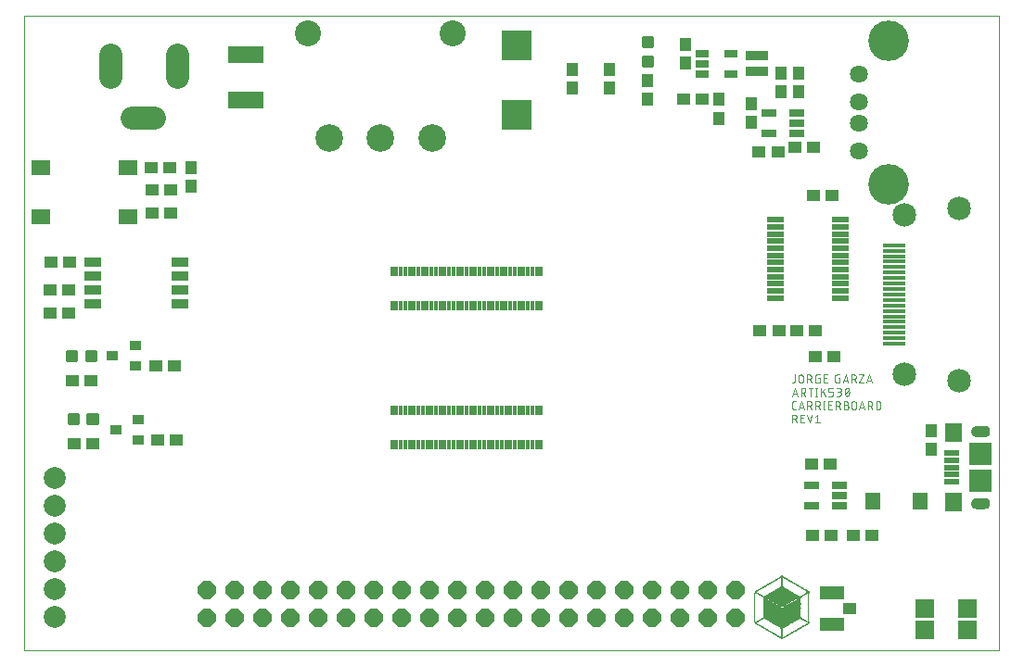
<source format=gts>
G04 EAGLE Gerber X2 export*
%TF.Part,Single*%
%TF.FileFunction,Other,Solder stop mask TOP*%
%TF.FilePolarity,Positive*%
%TF.GenerationSoftware,Autodesk,EAGLE,9.0.0*%
%TF.CreationDate,2018-10-20T03:45:28Z*%
G75*
%MOMM*%
%FSLAX34Y34*%
%LPD*%
%AMOC8*
5,1,8,0,0,1.08239X$1,22.5*%
G01*
%ADD10C,0.000000*%
%ADD11C,0.076200*%
%ADD12R,0.101600X0.025400*%
%ADD13R,0.152400X0.025400*%
%ADD14R,0.228600X0.025400*%
%ADD15R,0.304800X0.025400*%
%ADD16R,0.406400X0.025400*%
%ADD17R,0.482600X0.025400*%
%ADD18R,0.177800X0.025400*%
%ADD19R,0.203200X0.025400*%
%ADD20R,0.127000X0.025400*%
%ADD21R,0.279400X0.025400*%
%ADD22R,0.381000X0.025400*%
%ADD23R,0.457200X0.025400*%
%ADD24R,0.558800X0.025400*%
%ADD25R,0.635000X0.025400*%
%ADD26R,0.685800X0.025400*%
%ADD27R,0.812800X0.025400*%
%ADD28R,0.889000X0.025400*%
%ADD29R,0.965200X0.025400*%
%ADD30R,1.092200X0.025400*%
%ADD31R,1.193800X0.025400*%
%ADD32R,1.270000X0.025400*%
%ADD33R,1.346200X0.025400*%
%ADD34R,1.422400X0.025400*%
%ADD35R,1.473200X0.025400*%
%ADD36R,1.600200X0.025400*%
%ADD37R,1.651000X0.025400*%
%ADD38R,1.778000X0.025400*%
%ADD39R,1.854200X0.025400*%
%ADD40R,1.930400X0.025400*%
%ADD41R,0.254000X0.025400*%
%ADD42R,2.032000X0.025400*%
%ADD43R,2.108200X0.025400*%
%ADD44R,2.209800X0.025400*%
%ADD45R,0.076200X0.025400*%
%ADD46R,2.286000X0.025400*%
%ADD47R,2.387600X0.025400*%
%ADD48R,2.463800X0.025400*%
%ADD49R,2.540000X0.025400*%
%ADD50R,2.667000X0.025400*%
%ADD51R,2.743200X0.025400*%
%ADD52R,2.844800X0.025400*%
%ADD53R,2.895600X0.025400*%
%ADD54R,2.997200X0.025400*%
%ADD55R,3.124200X0.025400*%
%ADD56R,3.175000X0.025400*%
%ADD57R,3.403600X0.025400*%
%ADD58R,3.225800X0.025400*%
%ADD59R,0.025400X0.025400*%
%ADD60R,3.098800X0.025400*%
%ADD61R,0.050800X0.025400*%
%ADD62R,2.819400X0.025400*%
%ADD63R,2.641600X0.025400*%
%ADD64R,2.565400X0.025400*%
%ADD65R,2.489200X0.025400*%
%ADD66R,0.330200X0.025400*%
%ADD67R,2.336800X0.025400*%
%ADD68R,0.355600X0.025400*%
%ADD69R,2.184400X0.025400*%
%ADD70R,0.508000X0.025400*%
%ADD71R,2.057400X0.025400*%
%ADD72R,0.533400X0.025400*%
%ADD73R,1.955800X0.025400*%
%ADD74R,0.584200X0.025400*%
%ADD75R,1.879600X0.025400*%
%ADD76R,0.609600X0.025400*%
%ADD77R,0.660400X0.025400*%
%ADD78R,1.676400X0.025400*%
%ADD79R,0.711200X0.025400*%
%ADD80R,0.762000X0.025400*%
%ADD81R,1.524000X0.025400*%
%ADD82R,0.736600X0.025400*%
%ADD83R,0.787400X0.025400*%
%ADD84R,0.838200X0.025400*%
%ADD85R,0.939800X0.025400*%
%ADD86R,1.168400X0.025400*%
%ADD87R,1.041400X0.025400*%
%ADD88R,1.016000X0.025400*%
%ADD89R,1.066800X0.025400*%
%ADD90R,1.117600X0.025400*%
%ADD91R,1.143000X0.025400*%
%ADD92R,1.244600X0.025400*%
%ADD93R,1.295400X0.025400*%
%ADD94R,1.320800X0.025400*%
%ADD95R,1.397000X0.025400*%
%ADD96R,1.371600X0.025400*%
%ADD97R,1.498600X0.025400*%
%ADD98R,1.549400X0.025400*%
%ADD99R,1.625600X0.025400*%
%ADD100R,1.727200X0.025400*%
%ADD101R,1.701800X0.025400*%
%ADD102R,1.752600X0.025400*%
%ADD103R,1.447800X0.025400*%
%ADD104R,1.219200X0.025400*%
%ADD105R,0.990600X0.025400*%
%ADD106R,0.914400X0.025400*%
%ADD107R,0.863600X0.025400*%
%ADD108R,0.431800X0.025400*%
%ADD109R,0.327000X0.827000*%
%ADD110C,2.127000*%
%ADD111C,2.527000*%
%ADD112C,2.377000*%
%ADD113R,2.827000X2.677000*%
%ADD114R,1.127000X1.227000*%
%ADD115C,0.338100*%
%ADD116R,1.227000X1.127000*%
%ADD117R,1.277000X0.727000*%
%ADD118R,1.027000X0.927000*%
%ADD119R,1.527000X1.727000*%
%ADD120R,1.477000X0.527000*%
%ADD121R,2.027000X2.027000*%
%ADD122R,1.327000X0.727000*%
%ADD123R,1.397000X1.597000*%
%ADD124C,2.006600*%
%ADD125R,1.602000X0.577000*%
%ADD126P,1.787026X8X22.500000*%
%ADD127R,1.577000X0.877000*%
%ADD128R,1.677000X1.427000*%
%ADD129R,2.327000X1.177000*%
%ADD130R,1.177000X1.127000*%
%ADD131R,3.327000X1.627000*%
%ADD132R,2.127000X0.827000*%
%ADD133R,2.027000X0.427000*%
%ADD134C,2.157000*%
%ADD135R,1.667000X1.667000*%
%ADD136C,1.627000*%
%ADD137C,3.707000*%

G36*
X987665Y335024D02*
X987665Y335024D01*
X987751Y335033D01*
X988517Y335232D01*
X988640Y335283D01*
X988726Y335312D01*
X989429Y335677D01*
X989537Y335754D01*
X989615Y335801D01*
X990219Y336313D01*
X990307Y336412D01*
X990373Y336476D01*
X990848Y337109D01*
X990911Y337225D01*
X990961Y337302D01*
X991283Y338025D01*
X991319Y338153D01*
X991351Y338239D01*
X991504Y339015D01*
X991511Y339148D01*
X991522Y339238D01*
X991499Y340030D01*
X991497Y340038D01*
X991498Y340046D01*
X991460Y340886D01*
X991435Y341017D01*
X991425Y341107D01*
X991200Y341918D01*
X991147Y342040D01*
X991117Y342126D01*
X990717Y342867D01*
X990639Y342973D01*
X990590Y343051D01*
X990036Y343684D01*
X989935Y343770D01*
X989870Y343835D01*
X989189Y344329D01*
X989072Y344391D01*
X988994Y344439D01*
X988220Y344769D01*
X988092Y344804D01*
X988006Y344834D01*
X987178Y344983D01*
X987078Y344987D01*
X987000Y344999D01*
X978500Y344999D01*
X978335Y344976D01*
X978249Y344967D01*
X977483Y344768D01*
X977360Y344717D01*
X977274Y344688D01*
X976571Y344323D01*
X976463Y344246D01*
X976385Y344199D01*
X975781Y343687D01*
X975693Y343588D01*
X975628Y343524D01*
X975152Y342891D01*
X975089Y342775D01*
X975039Y342698D01*
X974717Y341975D01*
X974681Y341847D01*
X974649Y341761D01*
X974496Y340985D01*
X974489Y340852D01*
X974478Y340762D01*
X974501Y339970D01*
X974503Y339962D01*
X974502Y339954D01*
X974540Y339114D01*
X974565Y338983D01*
X974575Y338893D01*
X974800Y338082D01*
X974853Y337960D01*
X974883Y337874D01*
X975283Y337133D01*
X975361Y337027D01*
X975410Y336949D01*
X975964Y336316D01*
X976065Y336230D01*
X976130Y336165D01*
X976811Y335671D01*
X976928Y335609D01*
X977006Y335561D01*
X977780Y335231D01*
X977908Y335196D01*
X977994Y335166D01*
X978822Y335017D01*
X978922Y335013D01*
X979000Y335001D01*
X987500Y335001D01*
X987665Y335024D01*
G37*
G36*
X987098Y269015D02*
X987098Y269015D01*
X987178Y269017D01*
X988006Y269166D01*
X988132Y269208D01*
X988220Y269231D01*
X988994Y269561D01*
X989108Y269629D01*
X989189Y269671D01*
X989870Y270165D01*
X989965Y270257D01*
X990036Y270316D01*
X990590Y270949D01*
X990662Y271060D01*
X990717Y271133D01*
X991117Y271874D01*
X991162Y271998D01*
X991200Y272082D01*
X991425Y272893D01*
X991442Y273024D01*
X991460Y273114D01*
X991498Y273954D01*
X991497Y273963D01*
X991499Y273970D01*
X991522Y274762D01*
X991508Y274893D01*
X991504Y274985D01*
X991351Y275761D01*
X991307Y275886D01*
X991283Y275975D01*
X990961Y276698D01*
X990890Y276810D01*
X990848Y276891D01*
X990373Y277524D01*
X990279Y277618D01*
X990219Y277687D01*
X989615Y278199D01*
X989503Y278270D01*
X989429Y278323D01*
X988726Y278688D01*
X988601Y278732D01*
X988517Y278768D01*
X987751Y278967D01*
X987586Y278986D01*
X987500Y278999D01*
X979000Y278999D01*
X978902Y278985D01*
X978822Y278983D01*
X977994Y278834D01*
X977868Y278792D01*
X977780Y278769D01*
X977006Y278439D01*
X976892Y278371D01*
X976811Y278329D01*
X976130Y277835D01*
X976035Y277743D01*
X975964Y277684D01*
X975410Y277051D01*
X975338Y276940D01*
X975283Y276867D01*
X974883Y276126D01*
X974838Y276002D01*
X974800Y275918D01*
X974575Y275107D01*
X974558Y274976D01*
X974540Y274886D01*
X974502Y274046D01*
X974503Y274037D01*
X974501Y274030D01*
X974478Y273238D01*
X974492Y273107D01*
X974496Y273015D01*
X974649Y272239D01*
X974693Y272114D01*
X974717Y272025D01*
X975039Y271302D01*
X975110Y271190D01*
X975152Y271109D01*
X975628Y270476D01*
X975721Y270382D01*
X975781Y270313D01*
X976385Y269801D01*
X976497Y269731D01*
X976571Y269677D01*
X977274Y269312D01*
X977399Y269268D01*
X977483Y269232D01*
X978249Y269033D01*
X978414Y269014D01*
X978500Y269001D01*
X987000Y269001D01*
X987098Y269015D01*
G37*
D10*
X110000Y140000D02*
X1000000Y140000D01*
X1000000Y720000D01*
X110000Y720000D01*
X110000Y140000D01*
D11*
X813301Y386102D02*
X813301Y391831D01*
X813301Y386102D02*
X813299Y386024D01*
X813294Y385946D01*
X813284Y385869D01*
X813271Y385792D01*
X813255Y385716D01*
X813235Y385641D01*
X813211Y385567D01*
X813184Y385494D01*
X813153Y385422D01*
X813119Y385352D01*
X813082Y385284D01*
X813041Y385217D01*
X812997Y385152D01*
X812951Y385090D01*
X812901Y385030D01*
X812849Y384972D01*
X812794Y384917D01*
X812736Y384865D01*
X812676Y384815D01*
X812614Y384769D01*
X812549Y384725D01*
X812483Y384684D01*
X812414Y384647D01*
X812344Y384613D01*
X812272Y384582D01*
X812199Y384555D01*
X812125Y384531D01*
X812050Y384511D01*
X811974Y384495D01*
X811897Y384482D01*
X811820Y384472D01*
X811742Y384467D01*
X811664Y384465D01*
X810845Y384465D01*
X816735Y386511D02*
X816735Y389785D01*
X816737Y389874D01*
X816743Y389963D01*
X816753Y390052D01*
X816766Y390140D01*
X816783Y390228D01*
X816805Y390315D01*
X816830Y390400D01*
X816858Y390485D01*
X816891Y390568D01*
X816927Y390650D01*
X816966Y390730D01*
X817009Y390808D01*
X817055Y390884D01*
X817105Y390959D01*
X817158Y391031D01*
X817214Y391100D01*
X817273Y391167D01*
X817334Y391232D01*
X817399Y391293D01*
X817466Y391352D01*
X817535Y391408D01*
X817607Y391461D01*
X817682Y391511D01*
X817758Y391557D01*
X817836Y391600D01*
X817916Y391639D01*
X817998Y391675D01*
X818081Y391708D01*
X818166Y391736D01*
X818251Y391761D01*
X818338Y391783D01*
X818426Y391800D01*
X818514Y391813D01*
X818603Y391823D01*
X818692Y391829D01*
X818781Y391831D01*
X818870Y391829D01*
X818959Y391823D01*
X819048Y391813D01*
X819136Y391800D01*
X819224Y391783D01*
X819311Y391761D01*
X819396Y391736D01*
X819481Y391708D01*
X819564Y391675D01*
X819646Y391639D01*
X819726Y391600D01*
X819804Y391557D01*
X819880Y391511D01*
X819955Y391461D01*
X820027Y391408D01*
X820096Y391352D01*
X820163Y391293D01*
X820228Y391232D01*
X820289Y391167D01*
X820348Y391100D01*
X820404Y391031D01*
X820457Y390959D01*
X820507Y390884D01*
X820553Y390808D01*
X820596Y390730D01*
X820635Y390650D01*
X820671Y390568D01*
X820704Y390485D01*
X820732Y390400D01*
X820757Y390315D01*
X820779Y390228D01*
X820796Y390140D01*
X820809Y390052D01*
X820819Y389963D01*
X820825Y389874D01*
X820827Y389785D01*
X820827Y386511D01*
X820825Y386422D01*
X820819Y386333D01*
X820809Y386244D01*
X820796Y386156D01*
X820779Y386068D01*
X820757Y385981D01*
X820732Y385896D01*
X820704Y385811D01*
X820671Y385728D01*
X820635Y385646D01*
X820596Y385566D01*
X820553Y385488D01*
X820507Y385412D01*
X820457Y385337D01*
X820404Y385265D01*
X820348Y385196D01*
X820289Y385129D01*
X820228Y385064D01*
X820163Y385003D01*
X820096Y384944D01*
X820027Y384888D01*
X819955Y384835D01*
X819880Y384785D01*
X819804Y384739D01*
X819726Y384696D01*
X819646Y384657D01*
X819564Y384621D01*
X819481Y384588D01*
X819396Y384560D01*
X819311Y384535D01*
X819224Y384513D01*
X819136Y384496D01*
X819048Y384483D01*
X818959Y384473D01*
X818870Y384467D01*
X818781Y384465D01*
X818692Y384467D01*
X818603Y384473D01*
X818514Y384483D01*
X818426Y384496D01*
X818338Y384513D01*
X818251Y384535D01*
X818166Y384560D01*
X818081Y384588D01*
X817998Y384621D01*
X817916Y384657D01*
X817836Y384696D01*
X817758Y384739D01*
X817682Y384785D01*
X817607Y384835D01*
X817535Y384888D01*
X817466Y384944D01*
X817399Y385003D01*
X817334Y385064D01*
X817273Y385129D01*
X817214Y385196D01*
X817158Y385265D01*
X817105Y385337D01*
X817055Y385412D01*
X817009Y385488D01*
X816966Y385566D01*
X816927Y385646D01*
X816891Y385728D01*
X816858Y385811D01*
X816830Y385896D01*
X816805Y385981D01*
X816783Y386068D01*
X816766Y386156D01*
X816753Y386244D01*
X816743Y386333D01*
X816737Y386422D01*
X816735Y386511D01*
X824345Y384465D02*
X824345Y391831D01*
X826391Y391831D01*
X826480Y391829D01*
X826569Y391823D01*
X826658Y391813D01*
X826746Y391800D01*
X826834Y391783D01*
X826921Y391761D01*
X827006Y391736D01*
X827091Y391708D01*
X827174Y391675D01*
X827256Y391639D01*
X827336Y391600D01*
X827414Y391557D01*
X827490Y391511D01*
X827565Y391461D01*
X827637Y391408D01*
X827706Y391352D01*
X827773Y391293D01*
X827838Y391232D01*
X827899Y391167D01*
X827958Y391100D01*
X828014Y391031D01*
X828067Y390959D01*
X828117Y390884D01*
X828163Y390808D01*
X828206Y390730D01*
X828245Y390650D01*
X828281Y390568D01*
X828314Y390485D01*
X828342Y390400D01*
X828367Y390315D01*
X828389Y390228D01*
X828406Y390140D01*
X828419Y390052D01*
X828429Y389963D01*
X828435Y389874D01*
X828437Y389785D01*
X828435Y389696D01*
X828429Y389607D01*
X828419Y389518D01*
X828406Y389430D01*
X828389Y389342D01*
X828367Y389255D01*
X828342Y389170D01*
X828314Y389085D01*
X828281Y389002D01*
X828245Y388920D01*
X828206Y388840D01*
X828163Y388762D01*
X828117Y388686D01*
X828067Y388611D01*
X828014Y388539D01*
X827958Y388470D01*
X827899Y388403D01*
X827838Y388338D01*
X827773Y388277D01*
X827706Y388218D01*
X827637Y388162D01*
X827565Y388109D01*
X827490Y388059D01*
X827414Y388013D01*
X827336Y387970D01*
X827256Y387931D01*
X827174Y387895D01*
X827091Y387862D01*
X827006Y387834D01*
X826921Y387809D01*
X826834Y387787D01*
X826746Y387770D01*
X826658Y387757D01*
X826569Y387747D01*
X826480Y387741D01*
X826391Y387739D01*
X824345Y387739D01*
X826801Y387739D02*
X828437Y384465D01*
X834718Y388557D02*
X835945Y388557D01*
X835945Y384465D01*
X833490Y384465D01*
X833412Y384467D01*
X833334Y384472D01*
X833257Y384482D01*
X833180Y384495D01*
X833104Y384511D01*
X833029Y384531D01*
X832955Y384555D01*
X832882Y384582D01*
X832810Y384613D01*
X832740Y384647D01*
X832672Y384684D01*
X832605Y384725D01*
X832540Y384769D01*
X832478Y384815D01*
X832418Y384865D01*
X832360Y384917D01*
X832305Y384972D01*
X832253Y385030D01*
X832203Y385090D01*
X832157Y385152D01*
X832113Y385217D01*
X832072Y385284D01*
X832035Y385352D01*
X832001Y385422D01*
X831970Y385494D01*
X831943Y385567D01*
X831919Y385641D01*
X831899Y385716D01*
X831883Y385792D01*
X831870Y385869D01*
X831860Y385946D01*
X831855Y386024D01*
X831853Y386102D01*
X831853Y390194D01*
X831855Y390274D01*
X831861Y390354D01*
X831871Y390434D01*
X831884Y390513D01*
X831902Y390592D01*
X831923Y390669D01*
X831949Y390745D01*
X831978Y390820D01*
X832010Y390894D01*
X832046Y390966D01*
X832086Y391036D01*
X832129Y391103D01*
X832175Y391169D01*
X832225Y391232D01*
X832277Y391293D01*
X832332Y391352D01*
X832391Y391407D01*
X832451Y391459D01*
X832515Y391509D01*
X832581Y391555D01*
X832648Y391598D01*
X832718Y391638D01*
X832790Y391674D01*
X832864Y391706D01*
X832938Y391735D01*
X833015Y391761D01*
X833092Y391782D01*
X833171Y391800D01*
X833250Y391813D01*
X833330Y391823D01*
X833410Y391829D01*
X833490Y391831D01*
X835945Y391831D01*
X839672Y384465D02*
X842945Y384465D01*
X839672Y384465D02*
X839672Y391831D01*
X842945Y391831D01*
X842127Y388557D02*
X839672Y388557D01*
X852762Y388557D02*
X853989Y388557D01*
X853989Y384465D01*
X851534Y384465D01*
X851456Y384467D01*
X851378Y384472D01*
X851301Y384482D01*
X851224Y384495D01*
X851148Y384511D01*
X851073Y384531D01*
X850999Y384555D01*
X850926Y384582D01*
X850854Y384613D01*
X850784Y384647D01*
X850716Y384684D01*
X850649Y384725D01*
X850584Y384769D01*
X850522Y384815D01*
X850462Y384865D01*
X850404Y384917D01*
X850349Y384972D01*
X850297Y385030D01*
X850247Y385090D01*
X850201Y385152D01*
X850157Y385217D01*
X850116Y385284D01*
X850079Y385352D01*
X850045Y385422D01*
X850014Y385494D01*
X849987Y385567D01*
X849963Y385641D01*
X849943Y385716D01*
X849927Y385792D01*
X849914Y385869D01*
X849904Y385946D01*
X849899Y386024D01*
X849897Y386102D01*
X849897Y390194D01*
X849899Y390274D01*
X849905Y390354D01*
X849915Y390434D01*
X849928Y390513D01*
X849946Y390592D01*
X849967Y390669D01*
X849993Y390745D01*
X850022Y390820D01*
X850054Y390894D01*
X850090Y390966D01*
X850130Y391036D01*
X850173Y391103D01*
X850219Y391169D01*
X850269Y391232D01*
X850321Y391293D01*
X850376Y391352D01*
X850435Y391407D01*
X850495Y391459D01*
X850559Y391509D01*
X850625Y391555D01*
X850692Y391598D01*
X850762Y391638D01*
X850834Y391674D01*
X850908Y391706D01*
X850982Y391735D01*
X851059Y391761D01*
X851136Y391782D01*
X851215Y391800D01*
X851294Y391813D01*
X851374Y391823D01*
X851454Y391829D01*
X851534Y391831D01*
X853989Y391831D01*
X859502Y391831D02*
X857047Y384465D01*
X861958Y384465D02*
X859502Y391831D01*
X857661Y386307D02*
X861344Y386307D01*
X865066Y384465D02*
X865066Y391831D01*
X867112Y391831D01*
X867201Y391829D01*
X867290Y391823D01*
X867379Y391813D01*
X867467Y391800D01*
X867555Y391783D01*
X867642Y391761D01*
X867727Y391736D01*
X867812Y391708D01*
X867895Y391675D01*
X867977Y391639D01*
X868057Y391600D01*
X868135Y391557D01*
X868211Y391511D01*
X868286Y391461D01*
X868358Y391408D01*
X868427Y391352D01*
X868494Y391293D01*
X868559Y391232D01*
X868620Y391167D01*
X868679Y391100D01*
X868735Y391031D01*
X868788Y390959D01*
X868838Y390884D01*
X868884Y390808D01*
X868927Y390730D01*
X868966Y390650D01*
X869002Y390568D01*
X869035Y390485D01*
X869063Y390400D01*
X869088Y390315D01*
X869110Y390228D01*
X869127Y390140D01*
X869140Y390052D01*
X869150Y389963D01*
X869156Y389874D01*
X869158Y389785D01*
X869156Y389696D01*
X869150Y389607D01*
X869140Y389518D01*
X869127Y389430D01*
X869110Y389342D01*
X869088Y389255D01*
X869063Y389170D01*
X869035Y389085D01*
X869002Y389002D01*
X868966Y388920D01*
X868927Y388840D01*
X868884Y388762D01*
X868838Y388686D01*
X868788Y388611D01*
X868735Y388539D01*
X868679Y388470D01*
X868620Y388403D01*
X868559Y388338D01*
X868494Y388277D01*
X868427Y388218D01*
X868358Y388162D01*
X868286Y388109D01*
X868211Y388059D01*
X868135Y388013D01*
X868057Y387970D01*
X867977Y387931D01*
X867895Y387895D01*
X867812Y387862D01*
X867727Y387834D01*
X867642Y387809D01*
X867555Y387787D01*
X867467Y387770D01*
X867379Y387757D01*
X867290Y387747D01*
X867201Y387741D01*
X867112Y387739D01*
X865066Y387739D01*
X867522Y387739D02*
X869159Y384465D01*
X872087Y391831D02*
X876179Y391831D01*
X872087Y384465D01*
X876179Y384465D01*
X878749Y384465D02*
X881204Y391831D01*
X883659Y384465D01*
X883046Y386307D02*
X879363Y386307D01*
X813301Y379639D02*
X810845Y372273D01*
X815756Y372273D02*
X813301Y379639D01*
X815142Y374115D02*
X811459Y374115D01*
X818865Y372273D02*
X818865Y379639D01*
X820911Y379639D01*
X821000Y379637D01*
X821089Y379631D01*
X821178Y379621D01*
X821266Y379608D01*
X821354Y379591D01*
X821441Y379569D01*
X821526Y379544D01*
X821611Y379516D01*
X821694Y379483D01*
X821776Y379447D01*
X821856Y379408D01*
X821934Y379365D01*
X822010Y379319D01*
X822085Y379269D01*
X822157Y379216D01*
X822226Y379160D01*
X822293Y379101D01*
X822358Y379040D01*
X822419Y378975D01*
X822478Y378908D01*
X822534Y378839D01*
X822587Y378767D01*
X822637Y378692D01*
X822683Y378616D01*
X822726Y378538D01*
X822765Y378458D01*
X822801Y378376D01*
X822834Y378293D01*
X822862Y378208D01*
X822887Y378123D01*
X822909Y378036D01*
X822926Y377948D01*
X822939Y377860D01*
X822949Y377771D01*
X822955Y377682D01*
X822957Y377593D01*
X822955Y377504D01*
X822949Y377415D01*
X822939Y377326D01*
X822926Y377238D01*
X822909Y377150D01*
X822887Y377063D01*
X822862Y376978D01*
X822834Y376893D01*
X822801Y376810D01*
X822765Y376728D01*
X822726Y376648D01*
X822683Y376570D01*
X822637Y376494D01*
X822587Y376419D01*
X822534Y376347D01*
X822478Y376278D01*
X822419Y376211D01*
X822358Y376146D01*
X822293Y376085D01*
X822226Y376026D01*
X822157Y375970D01*
X822085Y375917D01*
X822010Y375867D01*
X821934Y375821D01*
X821856Y375778D01*
X821776Y375739D01*
X821694Y375703D01*
X821611Y375670D01*
X821526Y375642D01*
X821441Y375617D01*
X821354Y375595D01*
X821266Y375578D01*
X821178Y375565D01*
X821089Y375555D01*
X821000Y375549D01*
X820911Y375547D01*
X818865Y375547D01*
X821320Y375547D02*
X822957Y372273D01*
X827687Y372273D02*
X827687Y379639D01*
X825641Y379639D02*
X829733Y379639D01*
X833052Y379639D02*
X833052Y372273D01*
X833870Y372273D02*
X832233Y372273D01*
X832233Y379639D02*
X833870Y379639D01*
X837219Y379639D02*
X837219Y372273D01*
X837219Y375138D02*
X841311Y379639D01*
X838856Y376774D02*
X841311Y372273D01*
X844173Y372273D02*
X846628Y372273D01*
X846706Y372275D01*
X846784Y372280D01*
X846861Y372290D01*
X846938Y372303D01*
X847014Y372319D01*
X847089Y372339D01*
X847163Y372363D01*
X847236Y372390D01*
X847308Y372421D01*
X847378Y372455D01*
X847447Y372492D01*
X847513Y372533D01*
X847578Y372577D01*
X847640Y372623D01*
X847700Y372673D01*
X847758Y372725D01*
X847813Y372780D01*
X847865Y372838D01*
X847915Y372898D01*
X847961Y372960D01*
X848005Y373025D01*
X848046Y373092D01*
X848083Y373160D01*
X848117Y373230D01*
X848148Y373302D01*
X848175Y373375D01*
X848199Y373449D01*
X848219Y373524D01*
X848235Y373600D01*
X848248Y373677D01*
X848258Y373754D01*
X848263Y373832D01*
X848265Y373910D01*
X848265Y374728D01*
X848263Y374806D01*
X848258Y374884D01*
X848248Y374961D01*
X848235Y375038D01*
X848219Y375114D01*
X848199Y375189D01*
X848175Y375263D01*
X848148Y375336D01*
X848117Y375408D01*
X848083Y375478D01*
X848046Y375547D01*
X848005Y375613D01*
X847961Y375678D01*
X847915Y375740D01*
X847865Y375800D01*
X847813Y375858D01*
X847758Y375913D01*
X847700Y375965D01*
X847640Y376015D01*
X847578Y376061D01*
X847513Y376105D01*
X847447Y376146D01*
X847378Y376183D01*
X847308Y376217D01*
X847236Y376248D01*
X847163Y376275D01*
X847089Y376299D01*
X847014Y376319D01*
X846938Y376335D01*
X846861Y376348D01*
X846784Y376358D01*
X846706Y376363D01*
X846628Y376365D01*
X844173Y376365D01*
X844173Y379639D01*
X848265Y379639D01*
X851488Y372273D02*
X853534Y372273D01*
X853623Y372275D01*
X853712Y372281D01*
X853801Y372291D01*
X853889Y372304D01*
X853977Y372321D01*
X854064Y372343D01*
X854149Y372368D01*
X854234Y372396D01*
X854317Y372429D01*
X854399Y372465D01*
X854479Y372504D01*
X854557Y372547D01*
X854633Y372593D01*
X854708Y372643D01*
X854780Y372696D01*
X854849Y372752D01*
X854916Y372811D01*
X854981Y372872D01*
X855042Y372937D01*
X855101Y373004D01*
X855157Y373073D01*
X855210Y373145D01*
X855260Y373220D01*
X855306Y373296D01*
X855349Y373374D01*
X855388Y373454D01*
X855424Y373536D01*
X855457Y373619D01*
X855485Y373704D01*
X855510Y373789D01*
X855532Y373876D01*
X855549Y373964D01*
X855562Y374052D01*
X855572Y374141D01*
X855578Y374230D01*
X855580Y374319D01*
X855578Y374408D01*
X855572Y374497D01*
X855562Y374586D01*
X855549Y374674D01*
X855532Y374762D01*
X855510Y374849D01*
X855485Y374934D01*
X855457Y375019D01*
X855424Y375102D01*
X855388Y375184D01*
X855349Y375264D01*
X855306Y375342D01*
X855260Y375418D01*
X855210Y375493D01*
X855157Y375565D01*
X855101Y375634D01*
X855042Y375701D01*
X854981Y375766D01*
X854916Y375827D01*
X854849Y375886D01*
X854780Y375942D01*
X854708Y375995D01*
X854633Y376045D01*
X854557Y376091D01*
X854479Y376134D01*
X854399Y376173D01*
X854317Y376209D01*
X854234Y376242D01*
X854149Y376270D01*
X854064Y376295D01*
X853977Y376317D01*
X853889Y376334D01*
X853801Y376347D01*
X853712Y376357D01*
X853623Y376363D01*
X853534Y376365D01*
X853943Y379639D02*
X851488Y379639D01*
X853943Y379639D02*
X854022Y379637D01*
X854101Y379631D01*
X854180Y379622D01*
X854258Y379609D01*
X854335Y379591D01*
X854411Y379571D01*
X854486Y379546D01*
X854560Y379518D01*
X854633Y379487D01*
X854704Y379451D01*
X854773Y379413D01*
X854840Y379371D01*
X854905Y379326D01*
X854968Y379278D01*
X855029Y379227D01*
X855086Y379173D01*
X855142Y379117D01*
X855194Y379058D01*
X855244Y378996D01*
X855290Y378932D01*
X855334Y378866D01*
X855374Y378798D01*
X855410Y378728D01*
X855444Y378656D01*
X855474Y378582D01*
X855500Y378508D01*
X855523Y378432D01*
X855541Y378355D01*
X855557Y378278D01*
X855568Y378199D01*
X855576Y378121D01*
X855580Y378042D01*
X855580Y377962D01*
X855576Y377883D01*
X855568Y377805D01*
X855557Y377726D01*
X855541Y377649D01*
X855523Y377572D01*
X855500Y377496D01*
X855474Y377422D01*
X855444Y377348D01*
X855410Y377276D01*
X855374Y377206D01*
X855334Y377138D01*
X855290Y377072D01*
X855244Y377008D01*
X855194Y376946D01*
X855142Y376887D01*
X855086Y376831D01*
X855029Y376777D01*
X854968Y376726D01*
X854905Y376678D01*
X854840Y376633D01*
X854773Y376591D01*
X854704Y376553D01*
X854633Y376517D01*
X854560Y376486D01*
X854486Y376458D01*
X854411Y376433D01*
X854335Y376413D01*
X854258Y376395D01*
X854180Y376382D01*
X854101Y376373D01*
X854022Y376367D01*
X853943Y376365D01*
X852306Y376365D01*
X858804Y375956D02*
X858806Y376109D01*
X858812Y376262D01*
X858821Y376414D01*
X858835Y376567D01*
X858852Y376719D01*
X858873Y376870D01*
X858898Y377021D01*
X858927Y377171D01*
X858959Y377321D01*
X858996Y377469D01*
X859036Y377617D01*
X859079Y377764D01*
X859127Y377909D01*
X859178Y378053D01*
X859232Y378196D01*
X859291Y378338D01*
X859352Y378477D01*
X859418Y378616D01*
X859417Y378616D02*
X859443Y378686D01*
X859473Y378756D01*
X859506Y378823D01*
X859542Y378889D01*
X859581Y378953D01*
X859624Y379015D01*
X859670Y379074D01*
X859718Y379132D01*
X859769Y379186D01*
X859823Y379239D01*
X859880Y379288D01*
X859939Y379335D01*
X860000Y379378D01*
X860063Y379419D01*
X860128Y379456D01*
X860195Y379491D01*
X860264Y379521D01*
X860334Y379549D01*
X860405Y379572D01*
X860477Y379593D01*
X860550Y379609D01*
X860624Y379622D01*
X860699Y379632D01*
X860774Y379637D01*
X860849Y379639D01*
X860924Y379637D01*
X860999Y379632D01*
X861074Y379622D01*
X861148Y379609D01*
X861221Y379593D01*
X861293Y379572D01*
X861364Y379549D01*
X861434Y379521D01*
X861503Y379491D01*
X861570Y379456D01*
X861635Y379419D01*
X861698Y379378D01*
X861759Y379335D01*
X861818Y379288D01*
X861875Y379239D01*
X861929Y379186D01*
X861980Y379132D01*
X862029Y379074D01*
X862074Y379015D01*
X862117Y378953D01*
X862156Y378889D01*
X862193Y378823D01*
X862225Y378755D01*
X862255Y378686D01*
X862281Y378616D01*
X862346Y378478D01*
X862408Y378338D01*
X862466Y378196D01*
X862521Y378053D01*
X862572Y377909D01*
X862620Y377764D01*
X862663Y377617D01*
X862703Y377470D01*
X862740Y377321D01*
X862772Y377171D01*
X862801Y377021D01*
X862826Y376870D01*
X862847Y376719D01*
X862864Y376567D01*
X862878Y376414D01*
X862887Y376262D01*
X862893Y376109D01*
X862895Y375956D01*
X858803Y375956D02*
X858805Y375803D01*
X858811Y375650D01*
X858820Y375497D01*
X858834Y375345D01*
X858851Y375193D01*
X858872Y375042D01*
X858897Y374891D01*
X858926Y374740D01*
X858958Y374591D01*
X858995Y374442D01*
X859035Y374295D01*
X859078Y374148D01*
X859126Y374003D01*
X859177Y373858D01*
X859232Y373716D01*
X859290Y373574D01*
X859352Y373434D01*
X859417Y373296D01*
X859443Y373225D01*
X859473Y373156D01*
X859506Y373089D01*
X859542Y373023D01*
X859581Y372959D01*
X859624Y372897D01*
X859670Y372838D01*
X859718Y372780D01*
X859769Y372726D01*
X859823Y372673D01*
X859880Y372624D01*
X859939Y372577D01*
X860000Y372534D01*
X860063Y372493D01*
X860128Y372456D01*
X860195Y372421D01*
X860264Y372391D01*
X860334Y372363D01*
X860405Y372340D01*
X860477Y372319D01*
X860550Y372303D01*
X860624Y372290D01*
X860699Y372280D01*
X860774Y372275D01*
X860849Y372273D01*
X862281Y373296D02*
X862346Y373434D01*
X862408Y373574D01*
X862466Y373716D01*
X862521Y373859D01*
X862572Y374003D01*
X862620Y374148D01*
X862663Y374295D01*
X862703Y374443D01*
X862740Y374591D01*
X862772Y374741D01*
X862801Y374891D01*
X862826Y375042D01*
X862847Y375193D01*
X862864Y375345D01*
X862878Y375498D01*
X862887Y375650D01*
X862893Y375803D01*
X862895Y375956D01*
X862281Y373296D02*
X862255Y373226D01*
X862225Y373156D01*
X862193Y373089D01*
X862156Y373023D01*
X862117Y372959D01*
X862074Y372897D01*
X862028Y372838D01*
X861980Y372780D01*
X861929Y372726D01*
X861875Y372673D01*
X861818Y372624D01*
X861759Y372577D01*
X861698Y372534D01*
X861635Y372493D01*
X861570Y372456D01*
X861503Y372421D01*
X861434Y372391D01*
X861364Y372363D01*
X861293Y372340D01*
X861221Y372319D01*
X861148Y372303D01*
X861074Y372290D01*
X860999Y372280D01*
X860924Y372275D01*
X860849Y372273D01*
X859212Y373910D02*
X862486Y378002D01*
X814119Y360081D02*
X812482Y360081D01*
X812404Y360083D01*
X812326Y360088D01*
X812249Y360098D01*
X812172Y360111D01*
X812096Y360127D01*
X812021Y360147D01*
X811947Y360171D01*
X811874Y360198D01*
X811802Y360229D01*
X811732Y360263D01*
X811664Y360300D01*
X811597Y360341D01*
X811532Y360385D01*
X811470Y360431D01*
X811410Y360481D01*
X811352Y360533D01*
X811297Y360588D01*
X811245Y360646D01*
X811195Y360706D01*
X811149Y360768D01*
X811105Y360833D01*
X811064Y360900D01*
X811027Y360968D01*
X810993Y361038D01*
X810962Y361110D01*
X810935Y361183D01*
X810911Y361257D01*
X810891Y361332D01*
X810875Y361408D01*
X810862Y361485D01*
X810852Y361562D01*
X810847Y361640D01*
X810845Y361718D01*
X810845Y365810D01*
X810847Y365890D01*
X810853Y365970D01*
X810863Y366050D01*
X810876Y366129D01*
X810894Y366208D01*
X810915Y366285D01*
X810941Y366361D01*
X810970Y366436D01*
X811002Y366510D01*
X811038Y366582D01*
X811078Y366652D01*
X811121Y366719D01*
X811167Y366785D01*
X811217Y366848D01*
X811269Y366909D01*
X811324Y366968D01*
X811383Y367023D01*
X811443Y367075D01*
X811507Y367125D01*
X811573Y367171D01*
X811640Y367214D01*
X811710Y367254D01*
X811782Y367290D01*
X811856Y367322D01*
X811930Y367351D01*
X812007Y367377D01*
X812084Y367398D01*
X812163Y367416D01*
X812242Y367429D01*
X812322Y367439D01*
X812402Y367445D01*
X812482Y367447D01*
X814119Y367447D01*
X819010Y367447D02*
X816555Y360081D01*
X821466Y360081D02*
X819010Y367447D01*
X817169Y361923D02*
X820852Y361923D01*
X824574Y360081D02*
X824574Y367447D01*
X826621Y367447D01*
X826710Y367445D01*
X826799Y367439D01*
X826888Y367429D01*
X826976Y367416D01*
X827064Y367399D01*
X827151Y367377D01*
X827236Y367352D01*
X827321Y367324D01*
X827404Y367291D01*
X827486Y367255D01*
X827566Y367216D01*
X827644Y367173D01*
X827720Y367127D01*
X827795Y367077D01*
X827867Y367024D01*
X827936Y366968D01*
X828003Y366909D01*
X828068Y366848D01*
X828129Y366783D01*
X828188Y366716D01*
X828244Y366647D01*
X828297Y366575D01*
X828347Y366500D01*
X828393Y366424D01*
X828436Y366346D01*
X828475Y366266D01*
X828511Y366184D01*
X828544Y366101D01*
X828572Y366016D01*
X828597Y365931D01*
X828619Y365844D01*
X828636Y365756D01*
X828649Y365668D01*
X828659Y365579D01*
X828665Y365490D01*
X828667Y365401D01*
X828665Y365312D01*
X828659Y365223D01*
X828649Y365134D01*
X828636Y365046D01*
X828619Y364958D01*
X828597Y364871D01*
X828572Y364786D01*
X828544Y364701D01*
X828511Y364618D01*
X828475Y364536D01*
X828436Y364456D01*
X828393Y364378D01*
X828347Y364302D01*
X828297Y364227D01*
X828244Y364155D01*
X828188Y364086D01*
X828129Y364019D01*
X828068Y363954D01*
X828003Y363893D01*
X827936Y363834D01*
X827867Y363778D01*
X827795Y363725D01*
X827720Y363675D01*
X827644Y363629D01*
X827566Y363586D01*
X827486Y363547D01*
X827404Y363511D01*
X827321Y363478D01*
X827236Y363450D01*
X827151Y363425D01*
X827064Y363403D01*
X826976Y363386D01*
X826888Y363373D01*
X826799Y363363D01*
X826710Y363357D01*
X826621Y363355D01*
X824574Y363355D01*
X827030Y363355D02*
X828667Y360081D01*
X832133Y360081D02*
X832133Y367447D01*
X834180Y367447D01*
X834269Y367445D01*
X834358Y367439D01*
X834447Y367429D01*
X834535Y367416D01*
X834623Y367399D01*
X834710Y367377D01*
X834795Y367352D01*
X834880Y367324D01*
X834963Y367291D01*
X835045Y367255D01*
X835125Y367216D01*
X835203Y367173D01*
X835279Y367127D01*
X835354Y367077D01*
X835426Y367024D01*
X835495Y366968D01*
X835562Y366909D01*
X835627Y366848D01*
X835688Y366783D01*
X835747Y366716D01*
X835803Y366647D01*
X835856Y366575D01*
X835906Y366500D01*
X835952Y366424D01*
X835995Y366346D01*
X836034Y366266D01*
X836070Y366184D01*
X836103Y366101D01*
X836131Y366016D01*
X836156Y365931D01*
X836178Y365844D01*
X836195Y365756D01*
X836208Y365668D01*
X836218Y365579D01*
X836224Y365490D01*
X836226Y365401D01*
X836224Y365312D01*
X836218Y365223D01*
X836208Y365134D01*
X836195Y365046D01*
X836178Y364958D01*
X836156Y364871D01*
X836131Y364786D01*
X836103Y364701D01*
X836070Y364618D01*
X836034Y364536D01*
X835995Y364456D01*
X835952Y364378D01*
X835906Y364302D01*
X835856Y364227D01*
X835803Y364155D01*
X835747Y364086D01*
X835688Y364019D01*
X835627Y363954D01*
X835562Y363893D01*
X835495Y363834D01*
X835426Y363778D01*
X835354Y363725D01*
X835279Y363675D01*
X835203Y363629D01*
X835125Y363586D01*
X835045Y363547D01*
X834963Y363511D01*
X834880Y363478D01*
X834795Y363450D01*
X834710Y363425D01*
X834623Y363403D01*
X834535Y363386D01*
X834447Y363373D01*
X834358Y363363D01*
X834269Y363357D01*
X834180Y363355D01*
X832133Y363355D01*
X834589Y363355D02*
X836226Y360081D01*
X839981Y360081D02*
X839981Y367447D01*
X839162Y360081D02*
X840799Y360081D01*
X840799Y367447D02*
X839162Y367447D01*
X844046Y360081D02*
X847320Y360081D01*
X844046Y360081D02*
X844046Y367447D01*
X847320Y367447D01*
X846501Y364173D02*
X844046Y364173D01*
X850421Y367447D02*
X850421Y360081D01*
X850421Y367447D02*
X852468Y367447D01*
X852557Y367445D01*
X852646Y367439D01*
X852735Y367429D01*
X852823Y367416D01*
X852911Y367399D01*
X852998Y367377D01*
X853083Y367352D01*
X853168Y367324D01*
X853251Y367291D01*
X853333Y367255D01*
X853413Y367216D01*
X853491Y367173D01*
X853567Y367127D01*
X853642Y367077D01*
X853714Y367024D01*
X853783Y366968D01*
X853850Y366909D01*
X853915Y366848D01*
X853976Y366783D01*
X854035Y366716D01*
X854091Y366647D01*
X854144Y366575D01*
X854194Y366500D01*
X854240Y366424D01*
X854283Y366346D01*
X854322Y366266D01*
X854358Y366184D01*
X854391Y366101D01*
X854419Y366016D01*
X854444Y365931D01*
X854466Y365844D01*
X854483Y365756D01*
X854496Y365668D01*
X854506Y365579D01*
X854512Y365490D01*
X854514Y365401D01*
X854512Y365312D01*
X854506Y365223D01*
X854496Y365134D01*
X854483Y365046D01*
X854466Y364958D01*
X854444Y364871D01*
X854419Y364786D01*
X854391Y364701D01*
X854358Y364618D01*
X854322Y364536D01*
X854283Y364456D01*
X854240Y364378D01*
X854194Y364302D01*
X854144Y364227D01*
X854091Y364155D01*
X854035Y364086D01*
X853976Y364019D01*
X853915Y363954D01*
X853850Y363893D01*
X853783Y363834D01*
X853714Y363778D01*
X853642Y363725D01*
X853567Y363675D01*
X853491Y363629D01*
X853413Y363586D01*
X853333Y363547D01*
X853251Y363511D01*
X853168Y363478D01*
X853083Y363450D01*
X852998Y363425D01*
X852911Y363403D01*
X852823Y363386D01*
X852735Y363373D01*
X852646Y363363D01*
X852557Y363357D01*
X852468Y363355D01*
X850421Y363355D01*
X852877Y363355D02*
X854514Y360081D01*
X858047Y364173D02*
X860093Y364173D01*
X860182Y364171D01*
X860271Y364165D01*
X860360Y364155D01*
X860448Y364142D01*
X860536Y364125D01*
X860623Y364103D01*
X860708Y364078D01*
X860793Y364050D01*
X860876Y364017D01*
X860958Y363981D01*
X861038Y363942D01*
X861116Y363899D01*
X861192Y363853D01*
X861267Y363803D01*
X861339Y363750D01*
X861408Y363694D01*
X861475Y363635D01*
X861540Y363574D01*
X861601Y363509D01*
X861660Y363442D01*
X861716Y363373D01*
X861769Y363301D01*
X861819Y363226D01*
X861865Y363150D01*
X861908Y363072D01*
X861947Y362992D01*
X861983Y362910D01*
X862016Y362827D01*
X862044Y362742D01*
X862069Y362657D01*
X862091Y362570D01*
X862108Y362482D01*
X862121Y362394D01*
X862131Y362305D01*
X862137Y362216D01*
X862139Y362127D01*
X862137Y362038D01*
X862131Y361949D01*
X862121Y361860D01*
X862108Y361772D01*
X862091Y361684D01*
X862069Y361597D01*
X862044Y361512D01*
X862016Y361427D01*
X861983Y361344D01*
X861947Y361262D01*
X861908Y361182D01*
X861865Y361104D01*
X861819Y361028D01*
X861769Y360953D01*
X861716Y360881D01*
X861660Y360812D01*
X861601Y360745D01*
X861540Y360680D01*
X861475Y360619D01*
X861408Y360560D01*
X861339Y360504D01*
X861267Y360451D01*
X861192Y360401D01*
X861116Y360355D01*
X861038Y360312D01*
X860958Y360273D01*
X860876Y360237D01*
X860793Y360204D01*
X860708Y360176D01*
X860623Y360151D01*
X860536Y360129D01*
X860448Y360112D01*
X860360Y360099D01*
X860271Y360089D01*
X860182Y360083D01*
X860093Y360081D01*
X858047Y360081D01*
X858047Y367447D01*
X860093Y367447D01*
X860172Y367445D01*
X860251Y367439D01*
X860330Y367430D01*
X860408Y367417D01*
X860485Y367399D01*
X860561Y367379D01*
X860636Y367354D01*
X860710Y367326D01*
X860783Y367295D01*
X860854Y367259D01*
X860923Y367221D01*
X860990Y367179D01*
X861055Y367134D01*
X861118Y367086D01*
X861179Y367035D01*
X861236Y366981D01*
X861292Y366925D01*
X861344Y366866D01*
X861394Y366804D01*
X861440Y366740D01*
X861484Y366674D01*
X861524Y366606D01*
X861560Y366536D01*
X861594Y366464D01*
X861624Y366390D01*
X861650Y366316D01*
X861673Y366240D01*
X861691Y366163D01*
X861707Y366086D01*
X861718Y366007D01*
X861726Y365929D01*
X861730Y365850D01*
X861730Y365770D01*
X861726Y365691D01*
X861718Y365613D01*
X861707Y365534D01*
X861691Y365457D01*
X861673Y365380D01*
X861650Y365304D01*
X861624Y365230D01*
X861594Y365156D01*
X861560Y365084D01*
X861524Y365014D01*
X861484Y364946D01*
X861440Y364880D01*
X861394Y364816D01*
X861344Y364754D01*
X861292Y364695D01*
X861236Y364639D01*
X861179Y364585D01*
X861118Y364534D01*
X861055Y364486D01*
X860990Y364441D01*
X860923Y364399D01*
X860854Y364361D01*
X860783Y364325D01*
X860710Y364294D01*
X860636Y364266D01*
X860561Y364241D01*
X860485Y364221D01*
X860408Y364203D01*
X860330Y364190D01*
X860251Y364181D01*
X860172Y364175D01*
X860093Y364173D01*
X865001Y365401D02*
X865001Y362127D01*
X865001Y365401D02*
X865003Y365490D01*
X865009Y365579D01*
X865019Y365668D01*
X865032Y365756D01*
X865049Y365844D01*
X865071Y365931D01*
X865096Y366016D01*
X865124Y366101D01*
X865157Y366184D01*
X865193Y366266D01*
X865232Y366346D01*
X865275Y366424D01*
X865321Y366500D01*
X865371Y366575D01*
X865424Y366647D01*
X865480Y366716D01*
X865539Y366783D01*
X865600Y366848D01*
X865665Y366909D01*
X865732Y366968D01*
X865801Y367024D01*
X865873Y367077D01*
X865948Y367127D01*
X866024Y367173D01*
X866102Y367216D01*
X866182Y367255D01*
X866264Y367291D01*
X866347Y367324D01*
X866432Y367352D01*
X866517Y367377D01*
X866604Y367399D01*
X866692Y367416D01*
X866780Y367429D01*
X866869Y367439D01*
X866958Y367445D01*
X867047Y367447D01*
X867136Y367445D01*
X867225Y367439D01*
X867314Y367429D01*
X867402Y367416D01*
X867490Y367399D01*
X867577Y367377D01*
X867662Y367352D01*
X867747Y367324D01*
X867830Y367291D01*
X867912Y367255D01*
X867992Y367216D01*
X868070Y367173D01*
X868146Y367127D01*
X868221Y367077D01*
X868293Y367024D01*
X868362Y366968D01*
X868429Y366909D01*
X868494Y366848D01*
X868555Y366783D01*
X868614Y366716D01*
X868670Y366647D01*
X868723Y366575D01*
X868773Y366500D01*
X868819Y366424D01*
X868862Y366346D01*
X868901Y366266D01*
X868937Y366184D01*
X868970Y366101D01*
X868998Y366016D01*
X869023Y365931D01*
X869045Y365844D01*
X869062Y365756D01*
X869075Y365668D01*
X869085Y365579D01*
X869091Y365490D01*
X869093Y365401D01*
X869093Y362127D01*
X869091Y362038D01*
X869085Y361949D01*
X869075Y361860D01*
X869062Y361772D01*
X869045Y361684D01*
X869023Y361597D01*
X868998Y361512D01*
X868970Y361427D01*
X868937Y361344D01*
X868901Y361262D01*
X868862Y361182D01*
X868819Y361104D01*
X868773Y361028D01*
X868723Y360953D01*
X868670Y360881D01*
X868614Y360812D01*
X868555Y360745D01*
X868494Y360680D01*
X868429Y360619D01*
X868362Y360560D01*
X868293Y360504D01*
X868221Y360451D01*
X868146Y360401D01*
X868070Y360355D01*
X867992Y360312D01*
X867912Y360273D01*
X867830Y360237D01*
X867747Y360204D01*
X867662Y360176D01*
X867577Y360151D01*
X867490Y360129D01*
X867402Y360112D01*
X867314Y360099D01*
X867225Y360089D01*
X867136Y360083D01*
X867047Y360081D01*
X866958Y360083D01*
X866869Y360089D01*
X866780Y360099D01*
X866692Y360112D01*
X866604Y360129D01*
X866517Y360151D01*
X866432Y360176D01*
X866347Y360204D01*
X866264Y360237D01*
X866182Y360273D01*
X866102Y360312D01*
X866024Y360355D01*
X865948Y360401D01*
X865873Y360451D01*
X865801Y360504D01*
X865732Y360560D01*
X865665Y360619D01*
X865600Y360680D01*
X865539Y360745D01*
X865480Y360812D01*
X865424Y360881D01*
X865371Y360953D01*
X865321Y361028D01*
X865275Y361104D01*
X865232Y361182D01*
X865193Y361262D01*
X865157Y361344D01*
X865124Y361427D01*
X865096Y361512D01*
X865071Y361597D01*
X865049Y361684D01*
X865032Y361772D01*
X865019Y361860D01*
X865009Y361949D01*
X865003Y362038D01*
X865001Y362127D01*
X871907Y360081D02*
X874362Y367447D01*
X876817Y360081D01*
X876203Y361923D02*
X872520Y361923D01*
X879926Y360081D02*
X879926Y367447D01*
X881972Y367447D01*
X882061Y367445D01*
X882150Y367439D01*
X882239Y367429D01*
X882327Y367416D01*
X882415Y367399D01*
X882502Y367377D01*
X882587Y367352D01*
X882672Y367324D01*
X882755Y367291D01*
X882837Y367255D01*
X882917Y367216D01*
X882995Y367173D01*
X883071Y367127D01*
X883146Y367077D01*
X883218Y367024D01*
X883287Y366968D01*
X883354Y366909D01*
X883419Y366848D01*
X883480Y366783D01*
X883539Y366716D01*
X883595Y366647D01*
X883648Y366575D01*
X883698Y366500D01*
X883744Y366424D01*
X883787Y366346D01*
X883826Y366266D01*
X883862Y366184D01*
X883895Y366101D01*
X883923Y366016D01*
X883948Y365931D01*
X883970Y365844D01*
X883987Y365756D01*
X884000Y365668D01*
X884010Y365579D01*
X884016Y365490D01*
X884018Y365401D01*
X884016Y365312D01*
X884010Y365223D01*
X884000Y365134D01*
X883987Y365046D01*
X883970Y364958D01*
X883948Y364871D01*
X883923Y364786D01*
X883895Y364701D01*
X883862Y364618D01*
X883826Y364536D01*
X883787Y364456D01*
X883744Y364378D01*
X883698Y364302D01*
X883648Y364227D01*
X883595Y364155D01*
X883539Y364086D01*
X883480Y364019D01*
X883419Y363954D01*
X883354Y363893D01*
X883287Y363834D01*
X883218Y363778D01*
X883146Y363725D01*
X883071Y363675D01*
X882995Y363629D01*
X882917Y363586D01*
X882837Y363547D01*
X882755Y363511D01*
X882672Y363478D01*
X882587Y363450D01*
X882502Y363425D01*
X882415Y363403D01*
X882327Y363386D01*
X882239Y363373D01*
X882150Y363363D01*
X882061Y363357D01*
X881972Y363355D01*
X879926Y363355D01*
X882381Y363355D02*
X884018Y360081D01*
X887434Y360081D02*
X887434Y367447D01*
X889480Y367447D01*
X889569Y367445D01*
X889658Y367439D01*
X889747Y367429D01*
X889835Y367416D01*
X889923Y367399D01*
X890010Y367377D01*
X890095Y367352D01*
X890180Y367324D01*
X890263Y367291D01*
X890345Y367255D01*
X890425Y367216D01*
X890503Y367173D01*
X890579Y367127D01*
X890654Y367077D01*
X890726Y367024D01*
X890795Y366968D01*
X890862Y366909D01*
X890927Y366848D01*
X890988Y366783D01*
X891047Y366716D01*
X891103Y366647D01*
X891156Y366575D01*
X891206Y366500D01*
X891252Y366424D01*
X891295Y366346D01*
X891334Y366266D01*
X891370Y366184D01*
X891403Y366101D01*
X891431Y366016D01*
X891456Y365931D01*
X891478Y365844D01*
X891495Y365756D01*
X891508Y365668D01*
X891518Y365579D01*
X891524Y365490D01*
X891526Y365401D01*
X891526Y362127D01*
X891524Y362038D01*
X891518Y361949D01*
X891508Y361860D01*
X891495Y361772D01*
X891478Y361684D01*
X891456Y361597D01*
X891431Y361512D01*
X891403Y361427D01*
X891370Y361344D01*
X891334Y361262D01*
X891295Y361182D01*
X891252Y361104D01*
X891206Y361028D01*
X891156Y360953D01*
X891103Y360881D01*
X891047Y360812D01*
X890988Y360745D01*
X890927Y360680D01*
X890862Y360619D01*
X890795Y360560D01*
X890726Y360504D01*
X890654Y360451D01*
X890579Y360401D01*
X890503Y360355D01*
X890425Y360312D01*
X890345Y360273D01*
X890263Y360237D01*
X890180Y360204D01*
X890095Y360176D01*
X890010Y360151D01*
X889923Y360129D01*
X889835Y360112D01*
X889747Y360099D01*
X889658Y360089D01*
X889569Y360083D01*
X889480Y360081D01*
X887434Y360081D01*
X810845Y355255D02*
X810845Y347889D01*
X810845Y355255D02*
X812891Y355255D01*
X812980Y355253D01*
X813069Y355247D01*
X813158Y355237D01*
X813246Y355224D01*
X813334Y355207D01*
X813421Y355185D01*
X813506Y355160D01*
X813591Y355132D01*
X813674Y355099D01*
X813756Y355063D01*
X813836Y355024D01*
X813914Y354981D01*
X813990Y354935D01*
X814065Y354885D01*
X814137Y354832D01*
X814206Y354776D01*
X814273Y354717D01*
X814338Y354656D01*
X814399Y354591D01*
X814458Y354524D01*
X814514Y354455D01*
X814567Y354383D01*
X814617Y354308D01*
X814663Y354232D01*
X814706Y354154D01*
X814745Y354074D01*
X814781Y353992D01*
X814814Y353909D01*
X814842Y353824D01*
X814867Y353739D01*
X814889Y353652D01*
X814906Y353564D01*
X814919Y353476D01*
X814929Y353387D01*
X814935Y353298D01*
X814937Y353209D01*
X814935Y353120D01*
X814929Y353031D01*
X814919Y352942D01*
X814906Y352854D01*
X814889Y352766D01*
X814867Y352679D01*
X814842Y352594D01*
X814814Y352509D01*
X814781Y352426D01*
X814745Y352344D01*
X814706Y352264D01*
X814663Y352186D01*
X814617Y352110D01*
X814567Y352035D01*
X814514Y351963D01*
X814458Y351894D01*
X814399Y351827D01*
X814338Y351762D01*
X814273Y351701D01*
X814206Y351642D01*
X814137Y351586D01*
X814065Y351533D01*
X813990Y351483D01*
X813914Y351437D01*
X813836Y351394D01*
X813756Y351355D01*
X813674Y351319D01*
X813591Y351286D01*
X813506Y351258D01*
X813421Y351233D01*
X813334Y351211D01*
X813246Y351194D01*
X813158Y351181D01*
X813069Y351171D01*
X812980Y351165D01*
X812891Y351163D01*
X810845Y351163D01*
X813301Y351163D02*
X814937Y347889D01*
X818369Y347889D02*
X821643Y347889D01*
X818369Y347889D02*
X818369Y355255D01*
X821643Y355255D01*
X820824Y351981D02*
X818369Y351981D01*
X824040Y355255D02*
X826495Y347889D01*
X828950Y355255D01*
X831764Y353618D02*
X833810Y355255D01*
X833810Y347889D01*
X831764Y347889D02*
X835856Y347889D01*
D12*
X801751Y207264D03*
D13*
X801751Y207010D03*
D14*
X801624Y206756D03*
D15*
X801751Y206502D03*
D16*
X801751Y206248D03*
D17*
X801624Y205994D03*
D18*
X803656Y205740D03*
D12*
X801751Y205740D03*
D18*
X799592Y205740D03*
X804164Y205486D03*
D12*
X801751Y205486D03*
D18*
X799338Y205486D03*
D13*
X804545Y205232D03*
D12*
X801751Y205232D03*
D18*
X798830Y205232D03*
D13*
X805053Y204978D03*
D12*
X801751Y204978D03*
D18*
X798322Y204978D03*
X805434Y204724D03*
D12*
X801751Y204724D03*
D13*
X797941Y204724D03*
D18*
X805942Y204470D03*
D12*
X801751Y204470D03*
D13*
X797433Y204470D03*
D18*
X806450Y204216D03*
D12*
X801751Y204216D03*
D18*
X797052Y204216D03*
D13*
X806831Y203962D03*
D12*
X801751Y203962D03*
D18*
X796544Y203962D03*
D13*
X807339Y203708D03*
D12*
X801751Y203708D03*
D18*
X796036Y203708D03*
X807720Y203454D03*
D12*
X801751Y203454D03*
D18*
X795782Y203454D03*
X807974Y203200D03*
D12*
X801751Y203200D03*
D18*
X795274Y203200D03*
D19*
X808609Y202946D03*
D12*
X801751Y202946D03*
D18*
X794766Y202946D03*
X808990Y202692D03*
D12*
X801751Y202692D03*
D18*
X794512Y202692D03*
X809498Y202438D03*
D12*
X801751Y202438D03*
D18*
X794004Y202438D03*
D13*
X809879Y202184D03*
D12*
X801751Y202184D03*
D18*
X793496Y202184D03*
X810260Y201930D03*
D12*
X801751Y201930D03*
D13*
X793115Y201930D03*
D18*
X810768Y201676D03*
D12*
X801751Y201676D03*
D13*
X792607Y201676D03*
X811149Y201422D03*
D12*
X801751Y201422D03*
D18*
X792226Y201422D03*
X811784Y201168D03*
D12*
X801751Y201168D03*
D18*
X791718Y201168D03*
X812038Y200914D03*
D12*
X801751Y200914D03*
D13*
X791337Y200914D03*
D18*
X812546Y200660D03*
D12*
X801751Y200660D03*
D13*
X790829Y200660D03*
D18*
X813054Y200406D03*
D12*
X801751Y200406D03*
D18*
X790448Y200406D03*
X813308Y200152D03*
D12*
X801751Y200152D03*
D18*
X789940Y200152D03*
X813816Y199898D03*
D12*
X801751Y199898D03*
D18*
X789432Y199898D03*
X814324Y199644D03*
D12*
X801751Y199644D03*
D18*
X789178Y199644D03*
X814832Y199390D03*
D12*
X801751Y199390D03*
D19*
X788543Y199390D03*
D18*
X815086Y199136D03*
D12*
X801751Y199136D03*
D18*
X788162Y199136D03*
X815594Y198882D03*
D12*
X801751Y198882D03*
D18*
X787908Y198882D03*
X816102Y198628D03*
D12*
X801751Y198628D03*
D19*
X787273Y198628D03*
D18*
X816356Y198374D03*
D12*
X801751Y198374D03*
D18*
X786892Y198374D03*
D19*
X816991Y198120D03*
D12*
X801751Y198120D03*
D18*
X786384Y198120D03*
X817372Y197866D03*
D12*
X801751Y197866D03*
D18*
X786130Y197866D03*
D13*
X817753Y197612D03*
D20*
X801624Y197612D03*
D18*
X785622Y197612D03*
X818134Y197358D03*
D19*
X801751Y197358D03*
D18*
X785114Y197358D03*
X818642Y197104D03*
D21*
X801624Y197104D03*
D13*
X784733Y197104D03*
D18*
X819150Y196850D03*
D22*
X801624Y196850D03*
D19*
X784225Y196850D03*
D13*
X819531Y196596D03*
D23*
X801751Y196596D03*
D18*
X783844Y196596D03*
D19*
X820039Y196342D03*
D24*
X801751Y196342D03*
D18*
X783336Y196342D03*
X820420Y196088D03*
D25*
X801624Y196088D03*
D18*
X783082Y196088D03*
X820928Y195834D03*
D26*
X801624Y195834D03*
D13*
X782447Y195834D03*
X821309Y195580D03*
D27*
X801751Y195580D03*
D18*
X782066Y195580D03*
D13*
X821817Y195326D03*
D28*
X801624Y195326D03*
D18*
X781558Y195326D03*
X822198Y195072D03*
D29*
X801751Y195072D03*
D18*
X781050Y195072D03*
X822706Y194818D03*
D30*
X801624Y194818D03*
D18*
X780796Y194818D03*
X823214Y194564D03*
D31*
X801624Y194564D03*
D18*
X780288Y194564D03*
D19*
X823341Y194310D03*
D32*
X801751Y194310D03*
D18*
X779780Y194310D03*
X823976Y194056D03*
D33*
X801624Y194056D03*
D13*
X779399Y194056D03*
D18*
X824484Y193802D03*
D34*
X801751Y193802D03*
D18*
X779018Y193802D03*
X824738Y193548D03*
D35*
X801751Y193548D03*
D18*
X778510Y193548D03*
X825246Y193294D03*
D36*
X801624Y193294D03*
D18*
X778002Y193294D03*
X825754Y193040D03*
D37*
X801624Y193040D03*
D18*
X777748Y193040D03*
D13*
X825881Y192786D03*
D38*
X801751Y192786D03*
D13*
X777621Y192786D03*
D18*
X825754Y192532D03*
D39*
X801624Y192532D03*
D18*
X777748Y192532D03*
D19*
X825627Y192278D03*
D40*
X801751Y192278D03*
D18*
X777748Y192278D03*
D41*
X825373Y192024D03*
D42*
X801751Y192024D03*
D14*
X778002Y192024D03*
D15*
X825119Y191770D03*
D43*
X801624Y191770D03*
D21*
X778256Y191770D03*
D12*
X826135Y191516D03*
D13*
X824103Y191516D03*
D44*
X801624Y191516D03*
D18*
X779272Y191516D03*
D45*
X777240Y191516D03*
X826262Y191262D03*
D18*
X823722Y191262D03*
D46*
X801751Y191262D03*
D18*
X779526Y191262D03*
D45*
X777240Y191262D03*
X826262Y191008D03*
D18*
X823214Y191008D03*
D47*
X801751Y191008D03*
D18*
X780288Y191008D03*
D45*
X777240Y191008D03*
X826262Y190754D03*
D13*
X822833Y190754D03*
D48*
X801624Y190754D03*
D18*
X780542Y190754D03*
D45*
X777240Y190754D03*
X826262Y190500D03*
D18*
X822452Y190500D03*
D49*
X801751Y190500D03*
D13*
X780923Y190500D03*
D45*
X777240Y190500D03*
X826262Y190246D03*
D18*
X821944Y190246D03*
D50*
X801624Y190246D03*
D18*
X781558Y190246D03*
D45*
X777240Y190246D03*
X826262Y189992D03*
D18*
X821436Y189992D03*
D51*
X801751Y189992D03*
D18*
X781812Y189992D03*
D45*
X777240Y189992D03*
X826262Y189738D03*
D19*
X821055Y189738D03*
D52*
X801751Y189738D03*
D18*
X782320Y189738D03*
D45*
X777240Y189738D03*
X826262Y189484D03*
D18*
X820674Y189484D03*
D53*
X801751Y189484D03*
D19*
X782701Y189484D03*
D45*
X777240Y189484D03*
X826262Y189230D03*
D18*
X820166Y189230D03*
D54*
X801751Y189230D03*
D18*
X783082Y189230D03*
D45*
X777240Y189230D03*
X826262Y188976D03*
D18*
X819658Y188976D03*
D55*
X801624Y188976D03*
D13*
X783717Y188976D03*
D45*
X777240Y188976D03*
X826262Y188722D03*
D18*
X819404Y188722D03*
D56*
X801624Y188722D03*
D18*
X784098Y188722D03*
D45*
X777240Y188722D03*
X826262Y188468D03*
D13*
X819023Y188468D03*
D57*
X800735Y188468D03*
D45*
X777240Y188468D03*
X826262Y188214D03*
D12*
X818769Y188214D03*
D58*
X801624Y188214D03*
D20*
X784606Y188214D03*
D45*
X777240Y188214D03*
X826262Y187960D03*
D59*
X818642Y187960D03*
D60*
X801751Y187960D03*
D59*
X784860Y187960D03*
D45*
X777240Y187960D03*
X826262Y187706D03*
D54*
X801751Y187706D03*
D45*
X777240Y187706D03*
X826262Y187452D03*
D59*
X818134Y187452D03*
D53*
X801751Y187452D03*
D61*
X785241Y187452D03*
D45*
X777240Y187452D03*
X826262Y187198D03*
D12*
X818007Y187198D03*
D62*
X801624Y187198D03*
D12*
X785495Y187198D03*
D45*
X777240Y187198D03*
X826262Y186944D03*
D13*
X817753Y186944D03*
D51*
X801751Y186944D03*
D20*
X785622Y186944D03*
D45*
X777240Y186944D03*
X826262Y186690D03*
D19*
X817499Y186690D03*
D63*
X801751Y186690D03*
D18*
X785876Y186690D03*
D45*
X777240Y186690D03*
X826262Y186436D03*
D41*
X817245Y186436D03*
D64*
X801624Y186436D03*
D14*
X786130Y186436D03*
D45*
X777240Y186436D03*
X826262Y186182D03*
D21*
X817118Y186182D03*
D65*
X801751Y186182D03*
D21*
X786384Y186182D03*
D45*
X777240Y186182D03*
X826262Y185928D03*
D66*
X816864Y185928D03*
D47*
X801751Y185928D03*
D66*
X786638Y185928D03*
D45*
X777240Y185928D03*
X826262Y185674D03*
D22*
X816610Y185674D03*
D67*
X801751Y185674D03*
D68*
X786765Y185674D03*
D45*
X777240Y185674D03*
X826262Y185420D03*
D16*
X816483Y185420D03*
D44*
X801624Y185420D03*
D16*
X787019Y185420D03*
D45*
X777240Y185420D03*
X826262Y185166D03*
D23*
X816229Y185166D03*
D69*
X801751Y185166D03*
D23*
X787273Y185166D03*
D45*
X777240Y185166D03*
X826262Y184912D03*
D70*
X815975Y184912D03*
D71*
X801624Y184912D03*
D17*
X787400Y184912D03*
D45*
X777240Y184912D03*
X826262Y184658D03*
D72*
X815848Y184658D03*
D73*
X801624Y184658D03*
D72*
X787654Y184658D03*
D45*
X777240Y184658D03*
X826262Y184404D03*
D74*
X815594Y184404D03*
D75*
X801751Y184404D03*
D74*
X787908Y184404D03*
D45*
X777240Y184404D03*
X826262Y184150D03*
D25*
X815340Y184150D03*
D38*
X801751Y184150D03*
D76*
X788035Y184150D03*
D45*
X777240Y184150D03*
X826262Y183896D03*
D77*
X815213Y183896D03*
D78*
X801751Y183896D03*
D77*
X788289Y183896D03*
D45*
X777240Y183896D03*
X826262Y183642D03*
D79*
X814959Y183642D03*
D36*
X801624Y183642D03*
D79*
X788543Y183642D03*
D45*
X777240Y183642D03*
X826262Y183388D03*
D80*
X814705Y183388D03*
D81*
X801751Y183388D03*
D82*
X788670Y183388D03*
D45*
X777240Y183388D03*
X826262Y183134D03*
D27*
X814451Y183134D03*
D34*
X801751Y183134D03*
D83*
X788924Y183134D03*
D45*
X777240Y183134D03*
X826262Y182880D03*
D84*
X814324Y182880D03*
D33*
X801624Y182880D03*
D84*
X789178Y182880D03*
D45*
X777240Y182880D03*
X826262Y182626D03*
D28*
X814070Y182626D03*
D32*
X801751Y182626D03*
D28*
X789432Y182626D03*
D45*
X777240Y182626D03*
X826262Y182372D03*
D85*
X813816Y182372D03*
D86*
X801751Y182372D03*
D85*
X789686Y182372D03*
D45*
X777240Y182372D03*
X826262Y182118D03*
D29*
X813689Y182118D03*
D30*
X801624Y182118D03*
D29*
X789813Y182118D03*
D45*
X777240Y182118D03*
X826262Y181864D03*
D87*
X813308Y181864D03*
D29*
X801751Y181864D03*
D88*
X790067Y181864D03*
D45*
X777240Y181864D03*
X826262Y181610D03*
D89*
X813181Y181610D03*
D28*
X801624Y181610D03*
D89*
X790321Y181610D03*
D45*
X777240Y181610D03*
X826262Y181356D03*
D90*
X812927Y181356D03*
D27*
X801751Y181356D03*
D90*
X790575Y181356D03*
D45*
X777240Y181356D03*
X826262Y181102D03*
D86*
X812673Y181102D03*
D79*
X801751Y181102D03*
D91*
X790702Y181102D03*
D45*
X777240Y181102D03*
X826262Y180848D03*
D31*
X812546Y180848D03*
D77*
X801751Y180848D03*
D31*
X790956Y180848D03*
D45*
X777240Y180848D03*
X826262Y180594D03*
D92*
X812292Y180594D03*
D24*
X801751Y180594D03*
D92*
X791210Y180594D03*
D45*
X777240Y180594D03*
X826262Y180340D03*
D93*
X812038Y180340D03*
D70*
X801751Y180340D03*
D93*
X791464Y180340D03*
D45*
X777240Y180340D03*
X826262Y180086D03*
D33*
X811784Y180086D03*
D22*
X801624Y180086D03*
D94*
X791591Y180086D03*
D45*
X777240Y180086D03*
X826262Y179832D03*
D95*
X811530Y179832D03*
D15*
X801751Y179832D03*
D96*
X791845Y179832D03*
D45*
X777240Y179832D03*
X826262Y179578D03*
D34*
X811403Y179578D03*
D19*
X801751Y179578D03*
D34*
X792099Y179578D03*
D45*
X777240Y179578D03*
X826262Y179324D03*
D35*
X811149Y179324D03*
D12*
X801751Y179324D03*
D35*
X792353Y179324D03*
D45*
X777240Y179324D03*
X826262Y179070D03*
D97*
X811022Y179070D03*
X792480Y179070D03*
D45*
X777240Y179070D03*
X826262Y178816D03*
D98*
X810768Y178816D03*
X792734Y178816D03*
D45*
X777240Y178816D03*
X826262Y178562D03*
D36*
X810514Y178562D03*
X792988Y178562D03*
D45*
X777240Y178562D03*
X826262Y178308D03*
D99*
X810387Y178308D03*
X793115Y178308D03*
D45*
X777240Y178308D03*
X826262Y178054D03*
D99*
X810387Y178054D03*
X793115Y178054D03*
D45*
X777240Y178054D03*
X826262Y177800D03*
D37*
X810260Y177800D03*
D99*
X793115Y177800D03*
D45*
X777240Y177800D03*
X826262Y177546D03*
D37*
X810260Y177546D03*
D99*
X793115Y177546D03*
D45*
X777240Y177546D03*
X826262Y177292D03*
D37*
X810260Y177292D03*
D99*
X793115Y177292D03*
D45*
X777240Y177292D03*
X826262Y177038D03*
D37*
X810260Y177038D03*
D99*
X793115Y177038D03*
D45*
X777240Y177038D03*
X826262Y176784D03*
D37*
X810260Y176784D03*
D99*
X793115Y176784D03*
D45*
X777240Y176784D03*
X826262Y176530D03*
D37*
X810260Y176530D03*
D99*
X793115Y176530D03*
D45*
X777240Y176530D03*
X826262Y176276D03*
D37*
X810260Y176276D03*
D99*
X793115Y176276D03*
D45*
X777240Y176276D03*
X826262Y176022D03*
D37*
X810260Y176022D03*
D99*
X793115Y176022D03*
D45*
X777240Y176022D03*
X826262Y175768D03*
D37*
X810260Y175768D03*
D99*
X793115Y175768D03*
D45*
X777240Y175768D03*
X826262Y175514D03*
D37*
X810260Y175514D03*
D99*
X793115Y175514D03*
D45*
X777240Y175514D03*
X826262Y175260D03*
D37*
X810260Y175260D03*
D99*
X793115Y175260D03*
D45*
X777240Y175260D03*
X826262Y175006D03*
D37*
X810260Y175006D03*
D99*
X793115Y175006D03*
D45*
X777240Y175006D03*
X826262Y174752D03*
D37*
X810260Y174752D03*
D99*
X793115Y174752D03*
D45*
X777240Y174752D03*
X826262Y174498D03*
D37*
X810260Y174498D03*
D99*
X793115Y174498D03*
D45*
X777240Y174498D03*
X826262Y174244D03*
D37*
X810260Y174244D03*
D99*
X793115Y174244D03*
D45*
X777240Y174244D03*
X826262Y173990D03*
D37*
X810260Y173990D03*
D99*
X793115Y173990D03*
D45*
X777240Y173990D03*
X826262Y173736D03*
D37*
X810260Y173736D03*
D99*
X793115Y173736D03*
D45*
X777240Y173736D03*
X826262Y173482D03*
D37*
X810260Y173482D03*
D99*
X793115Y173482D03*
D45*
X777240Y173482D03*
X826262Y173228D03*
D37*
X810260Y173228D03*
D99*
X793115Y173228D03*
D45*
X777240Y173228D03*
X826262Y172974D03*
D37*
X810260Y172974D03*
D99*
X793115Y172974D03*
D45*
X777240Y172974D03*
X826262Y172720D03*
D37*
X810260Y172720D03*
D99*
X793115Y172720D03*
D45*
X777240Y172720D03*
X826262Y172466D03*
D37*
X810260Y172466D03*
D99*
X793115Y172466D03*
D45*
X777240Y172466D03*
X826262Y172212D03*
D37*
X810260Y172212D03*
D99*
X793115Y172212D03*
D45*
X777240Y172212D03*
X826262Y171958D03*
D37*
X810260Y171958D03*
D99*
X793115Y171958D03*
D45*
X777240Y171958D03*
X826262Y171704D03*
D37*
X810260Y171704D03*
D99*
X793115Y171704D03*
D45*
X777240Y171704D03*
X826262Y171450D03*
D37*
X810260Y171450D03*
D99*
X793115Y171450D03*
D45*
X777240Y171450D03*
X826262Y171196D03*
D37*
X810260Y171196D03*
D99*
X793115Y171196D03*
D45*
X777240Y171196D03*
X826262Y170942D03*
D37*
X810260Y170942D03*
D99*
X793115Y170942D03*
D45*
X777240Y170942D03*
X826262Y170688D03*
D37*
X810260Y170688D03*
D99*
X793115Y170688D03*
D45*
X777240Y170688D03*
X826262Y170434D03*
D37*
X810260Y170434D03*
D99*
X793115Y170434D03*
D45*
X777240Y170434D03*
X826262Y170180D03*
D37*
X810260Y170180D03*
D99*
X793115Y170180D03*
D45*
X777240Y170180D03*
X826262Y169926D03*
D37*
X810260Y169926D03*
D99*
X793115Y169926D03*
D45*
X777240Y169926D03*
X826262Y169672D03*
D37*
X810260Y169672D03*
D99*
X793115Y169672D03*
D45*
X777240Y169672D03*
X826262Y169418D03*
D37*
X810260Y169418D03*
X792988Y169418D03*
D45*
X777240Y169418D03*
X826262Y169164D03*
D78*
X810387Y169164D03*
D37*
X792988Y169164D03*
D45*
X777240Y169164D03*
X826262Y168910D03*
D100*
X810641Y168910D03*
D101*
X792734Y168910D03*
D45*
X777240Y168910D03*
X826262Y168656D03*
D38*
X810895Y168656D03*
D102*
X792480Y168656D03*
D45*
X777240Y168656D03*
X826262Y168402D03*
D18*
X819404Y168402D03*
D98*
X809752Y168402D03*
D81*
X793623Y168402D03*
D18*
X784098Y168402D03*
D45*
X777240Y168402D03*
X826262Y168148D03*
D18*
X819658Y168148D03*
D81*
X809625Y168148D03*
D97*
X793750Y168148D03*
D18*
X783590Y168148D03*
D45*
X777240Y168148D03*
X826262Y167894D03*
D19*
X820293Y167894D03*
D35*
X809371Y167894D03*
D103*
X794004Y167894D03*
D19*
X783209Y167894D03*
D45*
X777240Y167894D03*
X826262Y167640D03*
D18*
X820674Y167640D03*
D34*
X809117Y167640D03*
D95*
X794258Y167640D03*
D19*
X782701Y167640D03*
D45*
X777240Y167640D03*
X826262Y167386D03*
D19*
X821055Y167386D03*
D95*
X808990Y167386D03*
D96*
X794385Y167386D03*
D18*
X782320Y167386D03*
D45*
X777240Y167386D03*
X826262Y167132D03*
D18*
X821436Y167132D03*
D33*
X808736Y167132D03*
D94*
X794639Y167132D03*
D18*
X781812Y167132D03*
D45*
X777240Y167132D03*
X826262Y166878D03*
D18*
X821944Y166878D03*
D93*
X808482Y166878D03*
X794766Y166878D03*
D18*
X781558Y166878D03*
D45*
X777240Y166878D03*
X826262Y166624D03*
D13*
X822325Y166624D03*
D92*
X808228Y166624D03*
D104*
X795147Y166624D03*
D18*
X781050Y166624D03*
D45*
X777240Y166624D03*
X826262Y166370D03*
D18*
X822706Y166370D03*
D31*
X807974Y166370D03*
X795274Y166370D03*
D13*
X780669Y166370D03*
D45*
X777240Y166370D03*
X826262Y166116D03*
D18*
X823214Y166116D03*
D86*
X807847Y166116D03*
D91*
X795528Y166116D03*
D18*
X780288Y166116D03*
D45*
X777240Y166116D03*
X826262Y165862D03*
D18*
X823722Y165862D03*
D90*
X807593Y165862D03*
D30*
X795782Y165862D03*
D18*
X779526Y165862D03*
D45*
X777240Y165862D03*
D12*
X826135Y165608D03*
D18*
X823976Y165608D03*
D89*
X807339Y165608D03*
X795909Y165608D03*
D18*
X779272Y165608D03*
D45*
X777240Y165608D03*
D15*
X825119Y165354D03*
D88*
X807085Y165354D03*
X796163Y165354D03*
D13*
X778891Y165354D03*
D12*
X777367Y165354D03*
D41*
X825373Y165100D03*
D105*
X806958Y165100D03*
D29*
X796417Y165100D03*
D14*
X778002Y165100D03*
D19*
X825627Y164846D03*
D85*
X806704Y164846D03*
D106*
X796671Y164846D03*
D18*
X777748Y164846D03*
X825754Y164592D03*
D28*
X806450Y164592D03*
X796798Y164592D03*
D13*
X777621Y164592D03*
X825881Y164338D03*
D107*
X806323Y164338D03*
D84*
X797052Y164338D03*
D13*
X777621Y164338D03*
D18*
X825754Y164084D03*
D83*
X805942Y164084D03*
X797306Y164084D03*
D18*
X777748Y164084D03*
D14*
X825500Y163830D03*
D80*
X805815Y163830D03*
X797433Y163830D03*
D18*
X778002Y163830D03*
X824738Y163576D03*
D79*
X805561Y163576D03*
X797687Y163576D03*
D18*
X778510Y163576D03*
X824484Y163322D03*
D26*
X805434Y163322D03*
D77*
X797941Y163322D03*
D18*
X779018Y163322D03*
X823976Y163068D03*
D25*
X805180Y163068D03*
X798068Y163068D03*
D13*
X779399Y163068D03*
D19*
X823341Y162814D03*
D76*
X805053Y162814D03*
D74*
X798322Y162814D03*
D18*
X779780Y162814D03*
X823214Y162560D03*
D24*
X804799Y162560D03*
X798449Y162560D03*
D18*
X780288Y162560D03*
X822706Y162306D03*
D70*
X804545Y162306D03*
X798703Y162306D03*
D18*
X780796Y162306D03*
X822198Y162052D03*
D23*
X804291Y162052D03*
D108*
X799084Y162052D03*
D18*
X781050Y162052D03*
D13*
X821817Y161798D03*
D16*
X804037Y161798D03*
X799211Y161798D03*
D18*
X781558Y161798D03*
D13*
X821309Y161544D03*
D22*
X803910Y161544D03*
D68*
X799465Y161544D03*
D18*
X782066Y161544D03*
X820928Y161290D03*
D66*
X803656Y161290D03*
D15*
X799719Y161290D03*
D13*
X782447Y161290D03*
D18*
X820420Y161036D03*
D21*
X803402Y161036D03*
X799846Y161036D03*
D18*
X783082Y161036D03*
D19*
X820039Y160782D03*
D41*
X803275Y160782D03*
D14*
X800100Y160782D03*
D18*
X783336Y160782D03*
D13*
X819531Y160528D03*
D19*
X803021Y160528D03*
D18*
X800354Y160528D03*
X783844Y160528D03*
X819150Y160274D03*
D13*
X802767Y160274D03*
X800481Y160274D03*
D19*
X784225Y160274D03*
D18*
X818642Y160020D03*
D12*
X802513Y160020D03*
D20*
X800608Y160020D03*
D13*
X784733Y160020D03*
D18*
X818134Y159766D03*
D61*
X802513Y159766D03*
X800989Y159766D03*
D18*
X785114Y159766D03*
D13*
X817753Y159512D03*
D18*
X785622Y159512D03*
X817372Y159258D03*
D45*
X801624Y159258D03*
D18*
X786130Y159258D03*
D19*
X816991Y159004D03*
D12*
X801751Y159004D03*
D18*
X786384Y159004D03*
X816356Y158750D03*
D12*
X801751Y158750D03*
D18*
X786892Y158750D03*
X816102Y158496D03*
D12*
X801751Y158496D03*
D19*
X787273Y158496D03*
D18*
X815594Y158242D03*
D12*
X801751Y158242D03*
D18*
X787908Y158242D03*
X815086Y157988D03*
D12*
X801751Y157988D03*
D18*
X788162Y157988D03*
X814832Y157734D03*
D12*
X801751Y157734D03*
D19*
X788543Y157734D03*
D18*
X814324Y157480D03*
D12*
X801751Y157480D03*
D18*
X789178Y157480D03*
X813816Y157226D03*
D12*
X801751Y157226D03*
D18*
X789432Y157226D03*
X813308Y156972D03*
D12*
X801751Y156972D03*
D18*
X789940Y156972D03*
X813054Y156718D03*
D12*
X801751Y156718D03*
D18*
X790448Y156718D03*
X812546Y156464D03*
D12*
X801751Y156464D03*
D13*
X790829Y156464D03*
D18*
X812038Y156210D03*
D12*
X801751Y156210D03*
D13*
X791337Y156210D03*
D18*
X811784Y155956D03*
D12*
X801751Y155956D03*
D18*
X791718Y155956D03*
D13*
X811149Y155702D03*
D12*
X801751Y155702D03*
D18*
X792226Y155702D03*
X810768Y155448D03*
D12*
X801751Y155448D03*
D13*
X792607Y155448D03*
D18*
X810260Y155194D03*
D12*
X801751Y155194D03*
D13*
X793115Y155194D03*
X809879Y154940D03*
D12*
X801751Y154940D03*
D18*
X793496Y154940D03*
X809498Y154686D03*
D12*
X801751Y154686D03*
D18*
X794004Y154686D03*
X808990Y154432D03*
D12*
X801751Y154432D03*
D18*
X794512Y154432D03*
D19*
X808609Y154178D03*
D12*
X801751Y154178D03*
D18*
X794766Y154178D03*
X807974Y153924D03*
D12*
X801751Y153924D03*
D18*
X795274Y153924D03*
X807720Y153670D03*
D12*
X801751Y153670D03*
D18*
X795782Y153670D03*
D13*
X807339Y153416D03*
D12*
X801751Y153416D03*
D18*
X796036Y153416D03*
D13*
X806831Y153162D03*
D12*
X801751Y153162D03*
D18*
X796544Y153162D03*
X806450Y152908D03*
D12*
X801751Y152908D03*
D18*
X797052Y152908D03*
D13*
X805815Y152654D03*
D12*
X801751Y152654D03*
D13*
X797433Y152654D03*
D18*
X805434Y152400D03*
D12*
X801751Y152400D03*
D13*
X797941Y152400D03*
X805053Y152146D03*
D12*
X801751Y152146D03*
D18*
X798322Y152146D03*
D13*
X804545Y151892D03*
D12*
X801751Y151892D03*
D18*
X798830Y151892D03*
X804164Y151638D03*
D12*
X801751Y151638D03*
D18*
X799338Y151638D03*
D13*
X803783Y151384D03*
D12*
X801751Y151384D03*
D18*
X799592Y151384D03*
D17*
X801624Y151130D03*
D16*
X801751Y150876D03*
D15*
X801751Y150622D03*
D14*
X801624Y150368D03*
D18*
X801624Y150114D03*
D13*
X801751Y149860D03*
D109*
X445600Y486000D03*
X449600Y486000D03*
X453600Y486000D03*
X457600Y486000D03*
X461600Y486000D03*
X465600Y486000D03*
X469600Y486000D03*
X473600Y486000D03*
X477600Y486000D03*
X481600Y486000D03*
X485600Y486000D03*
X489600Y486000D03*
X493600Y486000D03*
X497600Y486000D03*
X501600Y486000D03*
X505600Y486000D03*
X509600Y486000D03*
X513600Y486000D03*
X517600Y486000D03*
X521600Y486000D03*
X525600Y486000D03*
X529600Y486000D03*
X533600Y486000D03*
X537600Y486000D03*
X541600Y486000D03*
X545600Y486000D03*
X549600Y486000D03*
X553600Y486000D03*
X557600Y486000D03*
X561600Y486000D03*
X565600Y486000D03*
X569600Y486000D03*
X573600Y486000D03*
X577600Y486000D03*
X581600Y486000D03*
X445600Y455200D03*
X449600Y455200D03*
X453600Y455200D03*
X457600Y455200D03*
X461600Y455200D03*
X465600Y455200D03*
X469600Y455200D03*
X473600Y455200D03*
X477600Y455200D03*
X481600Y455200D03*
X485600Y455200D03*
X489600Y455200D03*
X493600Y455200D03*
X497600Y455200D03*
X501600Y455200D03*
X505600Y455200D03*
X509600Y455200D03*
X513600Y455200D03*
X517600Y455200D03*
X521600Y455200D03*
X525600Y455200D03*
X529600Y455200D03*
X533600Y455200D03*
X537600Y455200D03*
X541600Y455200D03*
X545600Y455200D03*
X549600Y455200D03*
X553600Y455200D03*
X557600Y455200D03*
X561600Y455200D03*
X565600Y455200D03*
X569600Y455200D03*
X573600Y455200D03*
X577600Y455200D03*
X581600Y455200D03*
X445650Y359050D03*
X449650Y359050D03*
X453650Y359050D03*
X457650Y359050D03*
X461650Y359050D03*
X465650Y359050D03*
X469650Y359050D03*
X473650Y359050D03*
X477650Y359050D03*
X481650Y359050D03*
X485650Y359050D03*
X489650Y359050D03*
X493650Y359050D03*
X497650Y359050D03*
X501650Y359050D03*
X505650Y359050D03*
X509650Y359050D03*
X513650Y359050D03*
X517650Y359050D03*
X521650Y359050D03*
X525650Y359050D03*
X529650Y359050D03*
X533650Y359050D03*
X537650Y359050D03*
X541650Y359050D03*
X545650Y359050D03*
X549650Y359050D03*
X553650Y359050D03*
X557650Y359050D03*
X561650Y359050D03*
X565650Y359050D03*
X569650Y359050D03*
X573650Y359050D03*
X577650Y359050D03*
X581650Y359050D03*
X445650Y328250D03*
X449650Y328250D03*
X453650Y328250D03*
X457650Y328250D03*
X461650Y328250D03*
X465650Y328250D03*
X469650Y328250D03*
X473650Y328250D03*
X477650Y328250D03*
X481650Y328250D03*
X485650Y328250D03*
X489650Y328250D03*
X493650Y328250D03*
X497650Y328250D03*
X501650Y328250D03*
X505650Y328250D03*
X509650Y328250D03*
X513650Y328250D03*
X517650Y328250D03*
X521650Y328250D03*
X525650Y328250D03*
X529650Y328250D03*
X533650Y328250D03*
X537650Y328250D03*
X541650Y328250D03*
X545650Y328250D03*
X549650Y328250D03*
X553650Y328250D03*
X557650Y328250D03*
X561650Y328250D03*
X565650Y328250D03*
X569650Y328250D03*
X573650Y328250D03*
X577650Y328250D03*
X581650Y328250D03*
D110*
X249200Y664300D02*
X249200Y684300D01*
X188200Y684300D02*
X188200Y664300D01*
X208200Y626300D02*
X228200Y626300D01*
D111*
X388100Y608500D03*
X435100Y608500D03*
X482100Y608500D03*
D112*
X369050Y703800D03*
X501150Y703800D03*
D113*
X559000Y692700D03*
X559000Y629300D03*
D114*
X610000Y653500D03*
X610000Y670500D03*
X644000Y653500D03*
X644000Y670500D03*
X679000Y660500D03*
X679000Y643500D03*
D115*
X682945Y691825D02*
X675055Y691825D01*
X675055Y699715D01*
X682945Y699715D01*
X682945Y691825D01*
X682945Y695205D02*
X675055Y695205D01*
X675055Y698585D02*
X682945Y698585D01*
X682945Y674285D02*
X675055Y674285D01*
X675055Y682175D01*
X682945Y682175D01*
X682945Y674285D01*
X682945Y677665D02*
X675055Y677665D01*
X675055Y681045D02*
X682945Y681045D01*
D116*
X150600Y447966D03*
X133600Y447966D03*
X150600Y469466D03*
X133600Y469466D03*
X151600Y494966D03*
X134600Y494966D03*
D117*
X729000Y685530D03*
X729000Y676000D03*
X729000Y666470D03*
X755000Y666470D03*
X755000Y685530D03*
D114*
X713272Y693556D03*
X713272Y676556D03*
X801050Y667278D03*
X801050Y650278D03*
X817112Y667278D03*
X817112Y650278D03*
D116*
X728848Y643508D03*
X711848Y643508D03*
D114*
X744268Y643262D03*
X744268Y626262D03*
D118*
X214200Y332000D03*
X214200Y351000D03*
X193200Y341500D03*
D116*
X155300Y328952D03*
X172300Y328952D03*
X231300Y332500D03*
X248300Y332500D03*
D115*
X168525Y347055D02*
X168525Y354945D01*
X176415Y354945D01*
X176415Y347055D01*
X168525Y347055D01*
X168525Y350435D02*
X176415Y350435D01*
X176415Y353815D02*
X168525Y353815D01*
X150985Y354945D02*
X150985Y347055D01*
X150985Y354945D02*
X158875Y354945D01*
X158875Y347055D01*
X150985Y347055D01*
X150985Y350435D02*
X158875Y350435D01*
X158875Y353815D02*
X150985Y353815D01*
D116*
X243684Y539332D03*
X226684Y539332D03*
X226284Y560732D03*
X243284Y560732D03*
X242684Y581332D03*
X225684Y581332D03*
D114*
X262062Y581012D03*
X262062Y564012D03*
D119*
X958500Y275000D03*
X958500Y339000D03*
D120*
X956250Y307000D03*
X956250Y313500D03*
X956250Y300500D03*
X956250Y294000D03*
X956250Y320000D03*
D121*
X983000Y295000D03*
X983000Y319000D03*
D122*
X854000Y272000D03*
X854000Y281500D03*
X854000Y291000D03*
X829000Y291000D03*
X829000Y272000D03*
D123*
X884500Y275900D03*
X927500Y275900D03*
D116*
X832066Y408108D03*
X849066Y408108D03*
D124*
X137700Y297700D03*
X137700Y272300D03*
X137700Y246900D03*
X137700Y221500D03*
X137700Y196100D03*
X137700Y170700D03*
D116*
X845500Y310000D03*
X828500Y310000D03*
D114*
X937500Y323600D03*
X937500Y340600D03*
D116*
X883500Y245000D03*
X866500Y245000D03*
X829500Y245000D03*
X846500Y245000D03*
X832228Y431984D03*
X815228Y431984D03*
D125*
X795820Y533450D03*
X795820Y526950D03*
X795820Y520450D03*
X795820Y513950D03*
X795820Y507450D03*
X795820Y500950D03*
X795820Y494450D03*
X795820Y487950D03*
X795820Y481450D03*
X795820Y474950D03*
X795820Y468450D03*
X795820Y461950D03*
X854580Y461950D03*
X854580Y468450D03*
X854580Y474950D03*
X854580Y481450D03*
X854580Y487950D03*
X854580Y494450D03*
X854580Y500950D03*
X854580Y507450D03*
X854580Y513950D03*
X854580Y520450D03*
X854580Y526950D03*
X854580Y533450D03*
D116*
X781546Y431984D03*
X798546Y431984D03*
X847400Y555800D03*
X830400Y555800D03*
D126*
X276500Y169800D03*
X276500Y195200D03*
X301900Y169800D03*
X301900Y195200D03*
X327300Y169800D03*
X327300Y195200D03*
X352700Y169800D03*
X352700Y195200D03*
X378100Y169800D03*
X378100Y195200D03*
X403500Y169800D03*
X403500Y195200D03*
X428900Y169800D03*
X428900Y195200D03*
X454300Y169800D03*
X454300Y195200D03*
X479700Y169800D03*
X479700Y195200D03*
X505100Y169800D03*
X505100Y195200D03*
X530500Y169800D03*
X530500Y195200D03*
X555900Y169800D03*
X555900Y195200D03*
X581300Y169800D03*
X581300Y195200D03*
X606700Y169800D03*
X606700Y195200D03*
X632100Y169800D03*
X632100Y195200D03*
X657500Y169800D03*
X657500Y195200D03*
X682900Y169800D03*
X682900Y195200D03*
X708300Y169800D03*
X708300Y195200D03*
X733700Y169800D03*
X733700Y195200D03*
X759100Y169800D03*
X759100Y195200D03*
D127*
X251750Y456816D03*
X251750Y469516D03*
X251750Y482216D03*
X251750Y494916D03*
X172250Y494916D03*
X172250Y482216D03*
X172250Y469516D03*
X172250Y456816D03*
D128*
X125234Y536032D03*
X204734Y536032D03*
X125234Y581032D03*
X204734Y581032D03*
D129*
X847000Y163250D03*
X847000Y192750D03*
D130*
X863000Y178000D03*
D131*
X312166Y684702D03*
X312166Y642702D03*
D132*
X778256Y683398D03*
X778256Y668898D03*
D118*
X211422Y399440D03*
X211422Y418440D03*
X190422Y408940D03*
D116*
X154060Y386080D03*
X171060Y386080D03*
X229752Y399542D03*
X246752Y399542D03*
D115*
X167131Y404995D02*
X167131Y412885D01*
X175021Y412885D01*
X175021Y404995D01*
X167131Y404995D01*
X167131Y408375D02*
X175021Y408375D01*
X175021Y411755D02*
X167131Y411755D01*
X149591Y412885D02*
X149591Y404995D01*
X149591Y412885D02*
X157481Y412885D01*
X157481Y404995D01*
X149591Y404995D01*
X149591Y408375D02*
X157481Y408375D01*
X157481Y411755D02*
X149591Y411755D01*
D133*
X903884Y510074D03*
X903884Y505074D03*
X903884Y500074D03*
X903884Y495074D03*
X903884Y490074D03*
X903884Y485074D03*
X903884Y480074D03*
X903884Y475074D03*
X903884Y470074D03*
X903884Y465074D03*
X903884Y460074D03*
X903884Y455074D03*
X903884Y450074D03*
X903884Y445074D03*
X903884Y440074D03*
X903884Y435074D03*
X903884Y430074D03*
X903884Y425074D03*
X903884Y420074D03*
D134*
X913384Y392574D03*
X962884Y386574D03*
X962884Y543574D03*
X913384Y537574D03*
D135*
X931984Y177848D03*
X931984Y158448D03*
X970984Y158448D03*
X970984Y177848D03*
D122*
X814632Y612292D03*
X814632Y621792D03*
X814632Y631292D03*
X789632Y631292D03*
X789632Y612292D03*
D136*
X871500Y596444D03*
X871500Y621444D03*
X871500Y641444D03*
X871500Y666444D03*
D137*
X898600Y565744D03*
X898600Y697144D03*
D116*
X797678Y595376D03*
X780678Y595376D03*
D114*
X773684Y622690D03*
X773684Y639690D03*
D116*
X813190Y599440D03*
X830190Y599440D03*
M02*

</source>
